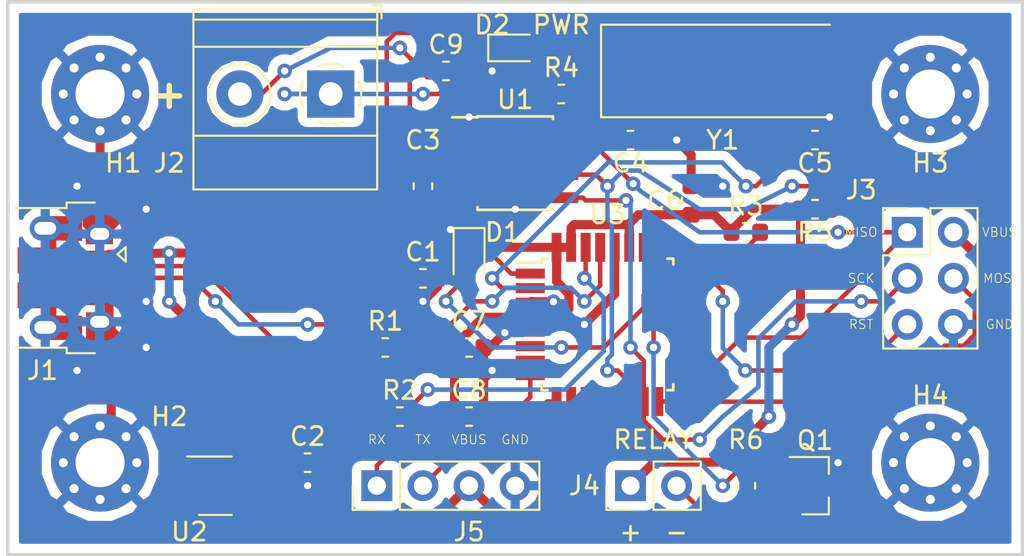
<source format=kicad_pcb>
(kicad_pcb (version 20171130) (host pcbnew 5.0.1)

  (general
    (thickness 1.6)
    (drawings 19)
    (tracks 368)
    (zones 0)
    (modules 31)
    (nets 39)
  )

  (page A4)
  (layers
    (0 F.Cu signal)
    (31 B.Cu signal)
    (32 B.Adhes user hide)
    (33 F.Adhes user hide)
    (34 B.Paste user hide)
    (35 F.Paste user hide)
    (36 B.SilkS user hide)
    (37 F.SilkS user)
    (38 B.Mask user hide)
    (39 F.Mask user hide)
    (40 Dwgs.User user hide)
    (41 Cmts.User user hide)
    (42 Eco1.User user hide)
    (43 Eco2.User user hide)
    (44 Edge.Cuts user)
    (45 Margin user hide)
    (46 B.CrtYd user hide)
    (47 F.CrtYd user)
    (48 B.Fab user hide)
    (49 F.Fab user hide)
  )

  (setup
    (last_trace_width 0.25)
    (user_trace_width 0.254)
    (user_trace_width 0.508)
    (trace_clearance 0.2)
    (zone_clearance 0.508)
    (zone_45_only no)
    (trace_min 0.1524)
    (segment_width 0.2)
    (edge_width 0.15)
    (via_size 0.8)
    (via_drill 0.4)
    (via_min_size 0.508)
    (via_min_drill 0.254)
    (uvia_size 0.3)
    (uvia_drill 0.1)
    (uvias_allowed no)
    (uvia_min_size 0.2)
    (uvia_min_drill 0.1)
    (pcb_text_width 0.15)
    (pcb_text_size 1 1)
    (mod_edge_width 0.15)
    (mod_text_size 1 1)
    (mod_text_width 0.15)
    (pad_size 1.524 1.524)
    (pad_drill 0.762)
    (pad_to_mask_clearance 0.0508)
    (solder_mask_min_width 0.1016)
    (aux_axis_origin 0 0)
    (visible_elements FFFFFF7F)
    (pcbplotparams
      (layerselection 0x010fc_ffffffff)
      (usegerberextensions false)
      (usegerberattributes false)
      (usegerberadvancedattributes false)
      (creategerberjobfile false)
      (excludeedgelayer true)
      (linewidth 0.100000)
      (plotframeref false)
      (viasonmask false)
      (mode 1)
      (useauxorigin false)
      (hpglpennumber 1)
      (hpglpenspeed 20)
      (hpglpendiameter 15.000000)
      (psnegative false)
      (psa4output false)
      (plotreference true)
      (plotvalue true)
      (plotinvisibletext false)
      (padsonsilk false)
      (subtractmaskfromsilk false)
      (outputformat 1)
      (mirror false)
      (drillshape 0)
      (scaleselection 1)
      (outputdirectory ""))
  )

  (net 0 "")
  (net 1 GND)
  (net 2 /VBUS)
  (net 3 VCC)
  (net 4 "Net-(C4-Pad1)")
  (net 5 "Net-(C5-Pad1)")
  (net 6 "Net-(C9-Pad2)")
  (net 7 "Net-(C9-Pad1)")
  (net 8 /RST)
  (net 9 "Net-(D2-Pad2)")
  (net 10 "Net-(J1-Pad2)")
  (net 11 "Net-(J1-Pad3)")
  (net 12 "Net-(J1-Pad4)")
  (net 13 /MISO)
  (net 14 /SCK)
  (net 15 /MOSI)
  (net 16 "Net-(J4-Pad2)")
  (net 17 /RX)
  (net 18 /TX)
  (net 19 "Net-(Q1-Pad1)")
  (net 20 /D+)
  (net 21 /D-)
  (net 22 /SS)
  (net 23 /RELAY)
  (net 24 "Net-(U2-Pad4)")
  (net 25 "Net-(U3-Pad26)")
  (net 26 "Net-(U3-Pad25)")
  (net 27 "Net-(U3-Pad22)")
  (net 28 "Net-(U3-Pad21)")
  (net 29 "Net-(U3-Pad20)")
  (net 30 "Net-(U3-Pad19)")
  (net 31 "Net-(U3-Pad18)")
  (net 32 "Net-(U3-Pad13)")
  (net 33 "Net-(U3-Pad12)")
  (net 34 "Net-(U3-Pad11)")
  (net 35 "Net-(U3-Pad10)")
  (net 36 "Net-(U3-Pad7)")
  (net 37 "Net-(U3-Pad6)")
  (net 38 "Net-(U3-Pad5)")

  (net_class Default "This is the default net class."
    (clearance 0.2)
    (trace_width 0.25)
    (via_dia 0.8)
    (via_drill 0.4)
    (uvia_dia 0.3)
    (uvia_drill 0.1)
    (add_net /D+)
    (add_net /D-)
    (add_net /MISO)
    (add_net /MOSI)
    (add_net /RELAY)
    (add_net /RST)
    (add_net /RX)
    (add_net /SCK)
    (add_net /SS)
    (add_net /TX)
    (add_net "Net-(C4-Pad1)")
    (add_net "Net-(C5-Pad1)")
    (add_net "Net-(C9-Pad1)")
    (add_net "Net-(C9-Pad2)")
    (add_net "Net-(D2-Pad2)")
    (add_net "Net-(J1-Pad2)")
    (add_net "Net-(J1-Pad3)")
    (add_net "Net-(J1-Pad4)")
    (add_net "Net-(J4-Pad2)")
    (add_net "Net-(Q1-Pad1)")
    (add_net "Net-(U2-Pad4)")
    (add_net "Net-(U3-Pad10)")
    (add_net "Net-(U3-Pad11)")
    (add_net "Net-(U3-Pad12)")
    (add_net "Net-(U3-Pad13)")
    (add_net "Net-(U3-Pad18)")
    (add_net "Net-(U3-Pad19)")
    (add_net "Net-(U3-Pad20)")
    (add_net "Net-(U3-Pad21)")
    (add_net "Net-(U3-Pad22)")
    (add_net "Net-(U3-Pad25)")
    (add_net "Net-(U3-Pad26)")
    (add_net "Net-(U3-Pad5)")
    (add_net "Net-(U3-Pad6)")
    (add_net "Net-(U3-Pad7)")
  )

  (net_class GND ""
    (clearance 0.2)
    (trace_width 0.5)
    (via_dia 0.8)
    (via_drill 0.4)
    (uvia_dia 0.3)
    (uvia_drill 0.1)
    (add_net GND)
  )

  (net_class VCC ""
    (clearance 0.2)
    (trace_width 0.5)
    (via_dia 0.8)
    (via_drill 0.4)
    (uvia_dia 0.3)
    (uvia_drill 0.1)
    (add_net /VBUS)
    (add_net VCC)
  )

  (module Resistor_SMD:R_0603_1608Metric (layer F.Cu) (tedit 5B301BBD) (tstamp 5B470347)
    (at 177 66.04)
    (descr "Resistor SMD 0603 (1608 Metric), square (rectangular) end terminal, IPC_7351 nominal, (Body size source: http://www.tortai-tech.com/upload/download/2011102023233369053.pdf), generated with kicad-footprint-generator")
    (tags resistor)
    (path /5B197482)
    (attr smd)
    (fp_text reference R1 (at 0 -1.45) (layer F.SilkS)
      (effects (font (size 1 1) (thickness 0.15)))
    )
    (fp_text value 22 (at 0 1.45) (layer F.Fab)
      (effects (font (size 1 1) (thickness 0.15)))
    )
    (fp_text user %R (at 0 0) (layer F.Fab)
      (effects (font (size 0.4 0.4) (thickness 0.06)))
    )
    (fp_line (start 1.48 0.73) (end -1.48 0.73) (layer F.CrtYd) (width 0.05))
    (fp_line (start 1.48 -0.73) (end 1.48 0.73) (layer F.CrtYd) (width 0.05))
    (fp_line (start -1.48 -0.73) (end 1.48 -0.73) (layer F.CrtYd) (width 0.05))
    (fp_line (start -1.48 0.73) (end -1.48 -0.73) (layer F.CrtYd) (width 0.05))
    (fp_line (start -0.162779 0.51) (end 0.162779 0.51) (layer F.SilkS) (width 0.12))
    (fp_line (start -0.162779 -0.51) (end 0.162779 -0.51) (layer F.SilkS) (width 0.12))
    (fp_line (start 0.8 0.4) (end -0.8 0.4) (layer F.Fab) (width 0.1))
    (fp_line (start 0.8 -0.4) (end 0.8 0.4) (layer F.Fab) (width 0.1))
    (fp_line (start -0.8 -0.4) (end 0.8 -0.4) (layer F.Fab) (width 0.1))
    (fp_line (start -0.8 0.4) (end -0.8 -0.4) (layer F.Fab) (width 0.1))
    (pad 2 smd roundrect (at 0.7875 0) (size 0.875 0.95) (layers F.Cu F.Paste F.Mask) (roundrect_rratio 0.25)
      (net 11 "Net-(J1-Pad3)"))
    (pad 1 smd roundrect (at -0.7875 0) (size 0.875 0.95) (layers F.Cu F.Paste F.Mask) (roundrect_rratio 0.25)
      (net 20 /D+))
    (model ${KISYS3DMOD}/Resistor_SMD.3dshapes/R_0603_1608Metric.wrl
      (at (xyz 0 0 0))
      (scale (xyz 1 1 1))
      (rotate (xyz 0 0 0))
    )
  )

  (module Connector_USB:USB_Micro-B_Amphenol_10103594-0001LF_Horizontal (layer F.Cu) (tedit 5A1DC0BD) (tstamp 5BDF3FA9)
    (at 159.385 62.23 270)
    (descr "Micro USB Type B 10103594-0001LF, http://cdn.amphenol-icc.com/media/wysiwyg/files/drawing/10103594.pdf")
    (tags "USB USB_B USB_micro USB_OTG")
    (path /5BB4219C)
    (attr smd)
    (fp_text reference J1 (at 5.08 1.27) (layer F.SilkS)
      (effects (font (size 1 1) (thickness 0.15)))
    )
    (fp_text value USB_B_Micro (at -0.025 4.435 270) (layer F.Fab)
      (effects (font (size 1 1) (thickness 0.15)))
    )
    (fp_text user "PCB edge" (at -0.025 2.235 270) (layer Dwgs.User)
      (effects (font (size 0.5 0.5) (thickness 0.075)))
    )
    (fp_text user %R (at -0.025 -0.015 270) (layer F.Fab)
      (effects (font (size 1 1) (thickness 0.15)))
    )
    (fp_line (start -4.175 -0.065) (end -4.175 -1.615) (layer F.SilkS) (width 0.12))
    (fp_line (start -4.175 -0.065) (end -3.875 -0.065) (layer F.SilkS) (width 0.12))
    (fp_line (start -3.875 2.735) (end -3.875 -0.065) (layer F.SilkS) (width 0.12))
    (fp_line (start 4.125 -0.065) (end 4.125 -1.615) (layer F.SilkS) (width 0.12))
    (fp_line (start 3.825 -0.065) (end 4.125 -0.065) (layer F.SilkS) (width 0.12))
    (fp_line (start 3.825 2.735) (end 3.825 -0.065) (layer F.SilkS) (width 0.12))
    (fp_line (start -0.925 -3.315) (end -1.325 -2.865) (layer F.SilkS) (width 0.12))
    (fp_line (start -1.725 -3.315) (end -0.925 -3.315) (layer F.SilkS) (width 0.12))
    (fp_line (start -1.325 -2.865) (end -1.725 -3.315) (layer F.SilkS) (width 0.12))
    (fp_line (start -3.775 -0.865) (end -2.975 -1.615) (layer F.Fab) (width 0.12))
    (fp_line (start 3.725 3.335) (end -3.775 3.335) (layer F.Fab) (width 0.12))
    (fp_line (start 3.725 -1.615) (end 3.725 3.335) (layer F.Fab) (width 0.12))
    (fp_line (start -2.975 -1.615) (end 3.725 -1.615) (layer F.Fab) (width 0.12))
    (fp_line (start -3.775 3.335) (end -3.775 -0.865) (layer F.Fab) (width 0.12))
    (fp_line (start -4.025 2.835) (end 3.975 2.835) (layer Dwgs.User) (width 0.1))
    (fp_line (start -4.13 -2.88) (end 4.14 -2.88) (layer F.CrtYd) (width 0.05))
    (fp_line (start -4.13 -2.88) (end -4.13 3.58) (layer F.CrtYd) (width 0.05))
    (fp_line (start 4.14 3.58) (end 4.14 -2.88) (layer F.CrtYd) (width 0.05))
    (fp_line (start 4.14 3.58) (end -4.13 3.58) (layer F.CrtYd) (width 0.05))
    (pad 6 smd rect (at 2.725 0.185 270) (size 1.35 2) (layers F.Cu F.Paste F.Mask)
      (net 1 GND))
    (pad 6 smd rect (at -2.755 0.185 270) (size 1.35 2) (layers F.Cu F.Paste F.Mask)
      (net 1 GND))
    (pad 6 smd rect (at -2.975 -0.565 270) (size 1.825 0.7) (layers F.Cu F.Paste F.Mask)
      (net 1 GND))
    (pad 6 smd rect (at 2.975 -0.565 270) (size 1.825 0.7) (layers F.Cu F.Paste F.Mask)
      (net 1 GND))
    (pad 6 smd rect (at -2.875 -1.865 270) (size 2 1.5) (layers F.Cu F.Paste F.Mask)
      (net 1 GND))
    (pad 6 smd rect (at 2.875 -1.885 270) (size 2 1.5) (layers F.Cu F.Paste F.Mask)
      (net 1 GND))
    (pad 1 smd rect (at -1.325 -1.765) (size 1.65 0.4) (layers F.Cu F.Paste F.Mask)
      (net 2 /VBUS))
    (pad 2 smd rect (at -0.675 -1.765) (size 1.65 0.4) (layers F.Cu F.Paste F.Mask)
      (net 10 "Net-(J1-Pad2)"))
    (pad 3 smd rect (at -0.025 -1.765) (size 1.65 0.4) (layers F.Cu F.Paste F.Mask)
      (net 11 "Net-(J1-Pad3)"))
    (pad 4 smd rect (at 0.625 -1.765) (size 1.65 0.4) (layers F.Cu F.Paste F.Mask)
      (net 12 "Net-(J1-Pad4)"))
    (pad 5 smd rect (at 1.275 -1.765) (size 1.65 0.4) (layers F.Cu F.Paste F.Mask)
      (net 1 GND))
    (pad 6 thru_hole oval (at -2.445 -1.885) (size 1.5 1.1) (drill oval 1.05 0.65) (layers *.Cu *.Mask)
      (net 1 GND))
    (pad 6 thru_hole oval (at 2.395 -1.885) (size 1.5 1.1) (drill oval 1.05 0.65) (layers *.Cu *.Mask)
      (net 1 GND))
    (pad 6 thru_hole oval (at -2.755 1.115) (size 1.7 1.35) (drill oval 1.2 0.7) (layers *.Cu *.Mask)
      (net 1 GND))
    (pad 6 thru_hole oval (at 2.705 1.115) (size 1.7 1.35) (drill oval 1.2 0.7) (layers *.Cu *.Mask)
      (net 1 GND))
    (pad 6 smd rect (at -0.985 1.385) (size 2.5 1.43) (layers F.Cu F.Paste F.Mask)
      (net 1 GND))
    (pad 6 smd rect (at 0.935 1.385) (size 2.5 1.43) (layers F.Cu F.Paste F.Mask)
      (net 1 GND))
    (model ${KISYS3DMOD}/Connector_USB.3dshapes/USB_Micro-B_Amphenol_10103594-0001LF_Horizontal.wrl
      (at (xyz 0 0 0))
      (scale (xyz 1 1 1))
      (rotate (xyz 0 0 0))
    )
  )

  (module Connector_PinHeader_2.54mm:PinHeader_2x03_P2.54mm_Vertical (layer F.Cu) (tedit 59FED5CC) (tstamp 5B4702F5)
    (at 205.74 59.69)
    (descr "Through hole straight pin header, 2x03, 2.54mm pitch, double rows")
    (tags "Through hole pin header THT 2x03 2.54mm double row")
    (path /5B1AB2E1)
    (fp_text reference J3 (at -2.54 -2.33) (layer F.SilkS)
      (effects (font (size 1 1) (thickness 0.15)))
    )
    (fp_text value Conn_02x03_Odd_Even (at 1.27 7.41) (layer F.Fab)
      (effects (font (size 1 1) (thickness 0.15)))
    )
    (fp_text user %R (at 1.27 2.54 90) (layer F.Fab)
      (effects (font (size 1 1) (thickness 0.15)))
    )
    (fp_line (start 4.35 -1.8) (end -1.8 -1.8) (layer F.CrtYd) (width 0.05))
    (fp_line (start 4.35 6.85) (end 4.35 -1.8) (layer F.CrtYd) (width 0.05))
    (fp_line (start -1.8 6.85) (end 4.35 6.85) (layer F.CrtYd) (width 0.05))
    (fp_line (start -1.8 -1.8) (end -1.8 6.85) (layer F.CrtYd) (width 0.05))
    (fp_line (start -1.33 -1.33) (end 0 -1.33) (layer F.SilkS) (width 0.12))
    (fp_line (start -1.33 0) (end -1.33 -1.33) (layer F.SilkS) (width 0.12))
    (fp_line (start 1.27 -1.33) (end 3.87 -1.33) (layer F.SilkS) (width 0.12))
    (fp_line (start 1.27 1.27) (end 1.27 -1.33) (layer F.SilkS) (width 0.12))
    (fp_line (start -1.33 1.27) (end 1.27 1.27) (layer F.SilkS) (width 0.12))
    (fp_line (start 3.87 -1.33) (end 3.87 6.41) (layer F.SilkS) (width 0.12))
    (fp_line (start -1.33 1.27) (end -1.33 6.41) (layer F.SilkS) (width 0.12))
    (fp_line (start -1.33 6.41) (end 3.87 6.41) (layer F.SilkS) (width 0.12))
    (fp_line (start -1.27 0) (end 0 -1.27) (layer F.Fab) (width 0.1))
    (fp_line (start -1.27 6.35) (end -1.27 0) (layer F.Fab) (width 0.1))
    (fp_line (start 3.81 6.35) (end -1.27 6.35) (layer F.Fab) (width 0.1))
    (fp_line (start 3.81 -1.27) (end 3.81 6.35) (layer F.Fab) (width 0.1))
    (fp_line (start 0 -1.27) (end 3.81 -1.27) (layer F.Fab) (width 0.1))
    (pad 6 thru_hole oval (at 2.54 5.08) (size 1.7 1.7) (drill 1) (layers *.Cu *.Mask)
      (net 1 GND))
    (pad 5 thru_hole oval (at 0 5.08) (size 1.7 1.7) (drill 1) (layers *.Cu *.Mask)
      (net 8 /RST))
    (pad 4 thru_hole oval (at 2.54 2.54) (size 1.7 1.7) (drill 1) (layers *.Cu *.Mask)
      (net 15 /MOSI))
    (pad 3 thru_hole oval (at 0 2.54) (size 1.7 1.7) (drill 1) (layers *.Cu *.Mask)
      (net 14 /SCK))
    (pad 2 thru_hole oval (at 2.54 0) (size 1.7 1.7) (drill 1) (layers *.Cu *.Mask)
      (net 2 /VBUS))
    (pad 1 thru_hole rect (at 0 0) (size 1.7 1.7) (drill 1) (layers *.Cu *.Mask)
      (net 13 /MISO))
    (model ${KISYS3DMOD}/Connector_PinHeader_2.54mm.3dshapes/PinHeader_2x03_P2.54mm_Vertical.wrl
      (at (xyz 0 0 0))
      (scale (xyz 1 1 1))
      (rotate (xyz 0 0 0))
    )
  )

  (module Capacitor_SMD:C_0603_1608Metric (layer F.Cu) (tedit 5B301BBE) (tstamp 5B4701D8)
    (at 179.07 62.23)
    (descr "Capacitor SMD 0603 (1608 Metric), square (rectangular) end terminal, IPC_7351 nominal, (Body size source: http://www.tortai-tech.com/upload/download/2011102023233369053.pdf), generated with kicad-footprint-generator")
    (tags capacitor)
    (path /5B1D63DC)
    (attr smd)
    (fp_text reference C1 (at 0 -1.45) (layer F.SilkS)
      (effects (font (size 1 1) (thickness 0.15)))
    )
    (fp_text value 10u (at 0 1.45) (layer F.Fab)
      (effects (font (size 1 1) (thickness 0.15)))
    )
    (fp_text user %R (at 0 0) (layer F.Fab)
      (effects (font (size 0.4 0.4) (thickness 0.06)))
    )
    (fp_line (start 1.48 0.73) (end -1.48 0.73) (layer F.CrtYd) (width 0.05))
    (fp_line (start 1.48 -0.73) (end 1.48 0.73) (layer F.CrtYd) (width 0.05))
    (fp_line (start -1.48 -0.73) (end 1.48 -0.73) (layer F.CrtYd) (width 0.05))
    (fp_line (start -1.48 0.73) (end -1.48 -0.73) (layer F.CrtYd) (width 0.05))
    (fp_line (start -0.162779 0.51) (end 0.162779 0.51) (layer F.SilkS) (width 0.12))
    (fp_line (start -0.162779 -0.51) (end 0.162779 -0.51) (layer F.SilkS) (width 0.12))
    (fp_line (start 0.8 0.4) (end -0.8 0.4) (layer F.Fab) (width 0.1))
    (fp_line (start 0.8 -0.4) (end 0.8 0.4) (layer F.Fab) (width 0.1))
    (fp_line (start -0.8 -0.4) (end 0.8 -0.4) (layer F.Fab) (width 0.1))
    (fp_line (start -0.8 0.4) (end -0.8 -0.4) (layer F.Fab) (width 0.1))
    (pad 2 smd roundrect (at 0.7875 0) (size 0.875 0.95) (layers F.Cu F.Paste F.Mask) (roundrect_rratio 0.25)
      (net 1 GND))
    (pad 1 smd roundrect (at -0.7875 0) (size 0.875 0.95) (layers F.Cu F.Paste F.Mask) (roundrect_rratio 0.25)
      (net 2 /VBUS))
    (model ${KISYS3DMOD}/Capacitor_SMD.3dshapes/C_0603_1608Metric.wrl
      (at (xyz 0 0 0))
      (scale (xyz 1 1 1))
      (rotate (xyz 0 0 0))
    )
  )

  (module Capacitor_SMD:C_0603_1608Metric (layer F.Cu) (tedit 5B301BBE) (tstamp 5B4701E7)
    (at 172.72 72.39)
    (descr "Capacitor SMD 0603 (1608 Metric), square (rectangular) end terminal, IPC_7351 nominal, (Body size source: http://www.tortai-tech.com/upload/download/2011102023233369053.pdf), generated with kicad-footprint-generator")
    (tags capacitor)
    (path /5B1E81B4)
    (attr smd)
    (fp_text reference C2 (at 0 -1.45) (layer F.SilkS)
      (effects (font (size 1 1) (thickness 0.15)))
    )
    (fp_text value 1u (at 0 1.45) (layer F.Fab)
      (effects (font (size 1 1) (thickness 0.15)))
    )
    (fp_text user %R (at 0 0) (layer F.Fab)
      (effects (font (size 0.4 0.4) (thickness 0.06)))
    )
    (fp_line (start 1.48 0.73) (end -1.48 0.73) (layer F.CrtYd) (width 0.05))
    (fp_line (start 1.48 -0.73) (end 1.48 0.73) (layer F.CrtYd) (width 0.05))
    (fp_line (start -1.48 -0.73) (end 1.48 -0.73) (layer F.CrtYd) (width 0.05))
    (fp_line (start -1.48 0.73) (end -1.48 -0.73) (layer F.CrtYd) (width 0.05))
    (fp_line (start -0.162779 0.51) (end 0.162779 0.51) (layer F.SilkS) (width 0.12))
    (fp_line (start -0.162779 -0.51) (end 0.162779 -0.51) (layer F.SilkS) (width 0.12))
    (fp_line (start 0.8 0.4) (end -0.8 0.4) (layer F.Fab) (width 0.1))
    (fp_line (start 0.8 -0.4) (end 0.8 0.4) (layer F.Fab) (width 0.1))
    (fp_line (start -0.8 -0.4) (end 0.8 -0.4) (layer F.Fab) (width 0.1))
    (fp_line (start -0.8 0.4) (end -0.8 -0.4) (layer F.Fab) (width 0.1))
    (pad 2 smd roundrect (at 0.7875 0) (size 0.875 0.95) (layers F.Cu F.Paste F.Mask) (roundrect_rratio 0.25)
      (net 1 GND))
    (pad 1 smd roundrect (at -0.7875 0) (size 0.875 0.95) (layers F.Cu F.Paste F.Mask) (roundrect_rratio 0.25)
      (net 3 VCC))
    (model ${KISYS3DMOD}/Capacitor_SMD.3dshapes/C_0603_1608Metric.wrl
      (at (xyz 0 0 0))
      (scale (xyz 1 1 1))
      (rotate (xyz 0 0 0))
    )
  )

  (module Capacitor_SMD:C_0603_1608Metric (layer F.Cu) (tedit 5B301BBE) (tstamp 5B4701F6)
    (at 179.07 57.15 90)
    (descr "Capacitor SMD 0603 (1608 Metric), square (rectangular) end terminal, IPC_7351 nominal, (Body size source: http://www.tortai-tech.com/upload/download/2011102023233369053.pdf), generated with kicad-footprint-generator")
    (tags capacitor)
    (path /5B1A9863)
    (attr smd)
    (fp_text reference C3 (at 2.54 0 180) (layer F.SilkS)
      (effects (font (size 1 1) (thickness 0.15)))
    )
    (fp_text value 0.1u (at 0 1.45 90) (layer F.Fab)
      (effects (font (size 1 1) (thickness 0.15)))
    )
    (fp_text user %R (at 0 0 90) (layer F.Fab)
      (effects (font (size 0.4 0.4) (thickness 0.06)))
    )
    (fp_line (start 1.48 0.73) (end -1.48 0.73) (layer F.CrtYd) (width 0.05))
    (fp_line (start 1.48 -0.73) (end 1.48 0.73) (layer F.CrtYd) (width 0.05))
    (fp_line (start -1.48 -0.73) (end 1.48 -0.73) (layer F.CrtYd) (width 0.05))
    (fp_line (start -1.48 0.73) (end -1.48 -0.73) (layer F.CrtYd) (width 0.05))
    (fp_line (start -0.162779 0.51) (end 0.162779 0.51) (layer F.SilkS) (width 0.12))
    (fp_line (start -0.162779 -0.51) (end 0.162779 -0.51) (layer F.SilkS) (width 0.12))
    (fp_line (start 0.8 0.4) (end -0.8 0.4) (layer F.Fab) (width 0.1))
    (fp_line (start 0.8 -0.4) (end 0.8 0.4) (layer F.Fab) (width 0.1))
    (fp_line (start -0.8 -0.4) (end 0.8 -0.4) (layer F.Fab) (width 0.1))
    (fp_line (start -0.8 0.4) (end -0.8 -0.4) (layer F.Fab) (width 0.1))
    (pad 2 smd roundrect (at 0.7875 0 90) (size 0.875 0.95) (layers F.Cu F.Paste F.Mask) (roundrect_rratio 0.25)
      (net 3 VCC))
    (pad 1 smd roundrect (at -0.7875 0 90) (size 0.875 0.95) (layers F.Cu F.Paste F.Mask) (roundrect_rratio 0.25)
      (net 1 GND))
    (model ${KISYS3DMOD}/Capacitor_SMD.3dshapes/C_0603_1608Metric.wrl
      (at (xyz 0 0 0))
      (scale (xyz 1 1 1))
      (rotate (xyz 0 0 0))
    )
  )

  (module Capacitor_SMD:C_0603_1608Metric (layer F.Cu) (tedit 5B301BBE) (tstamp 5B470205)
    (at 190.5 54.61)
    (descr "Capacitor SMD 0603 (1608 Metric), square (rectangular) end terminal, IPC_7351 nominal, (Body size source: http://www.tortai-tech.com/upload/download/2011102023233369053.pdf), generated with kicad-footprint-generator")
    (tags capacitor)
    (path /5B19BD77)
    (attr smd)
    (fp_text reference C4 (at 0 1.27) (layer F.SilkS)
      (effects (font (size 1 1) (thickness 0.15)))
    )
    (fp_text value 26p (at 0 1.45) (layer F.Fab)
      (effects (font (size 1 1) (thickness 0.15)))
    )
    (fp_text user %R (at 0 0) (layer F.Fab)
      (effects (font (size 0.4 0.4) (thickness 0.06)))
    )
    (fp_line (start 1.48 0.73) (end -1.48 0.73) (layer F.CrtYd) (width 0.05))
    (fp_line (start 1.48 -0.73) (end 1.48 0.73) (layer F.CrtYd) (width 0.05))
    (fp_line (start -1.48 -0.73) (end 1.48 -0.73) (layer F.CrtYd) (width 0.05))
    (fp_line (start -1.48 0.73) (end -1.48 -0.73) (layer F.CrtYd) (width 0.05))
    (fp_line (start -0.162779 0.51) (end 0.162779 0.51) (layer F.SilkS) (width 0.12))
    (fp_line (start -0.162779 -0.51) (end 0.162779 -0.51) (layer F.SilkS) (width 0.12))
    (fp_line (start 0.8 0.4) (end -0.8 0.4) (layer F.Fab) (width 0.1))
    (fp_line (start 0.8 -0.4) (end 0.8 0.4) (layer F.Fab) (width 0.1))
    (fp_line (start -0.8 -0.4) (end 0.8 -0.4) (layer F.Fab) (width 0.1))
    (fp_line (start -0.8 0.4) (end -0.8 -0.4) (layer F.Fab) (width 0.1))
    (pad 2 smd roundrect (at 0.7875 0) (size 0.875 0.95) (layers F.Cu F.Paste F.Mask) (roundrect_rratio 0.25)
      (net 1 GND))
    (pad 1 smd roundrect (at -0.7875 0) (size 0.875 0.95) (layers F.Cu F.Paste F.Mask) (roundrect_rratio 0.25)
      (net 4 "Net-(C4-Pad1)"))
    (model ${KISYS3DMOD}/Capacitor_SMD.3dshapes/C_0603_1608Metric.wrl
      (at (xyz 0 0 0))
      (scale (xyz 1 1 1))
      (rotate (xyz 0 0 0))
    )
  )

  (module Capacitor_SMD:C_0603_1608Metric (layer F.Cu) (tedit 5B301BBE) (tstamp 5B470214)
    (at 200.66 54.61)
    (descr "Capacitor SMD 0603 (1608 Metric), square (rectangular) end terminal, IPC_7351 nominal, (Body size source: http://www.tortai-tech.com/upload/download/2011102023233369053.pdf), generated with kicad-footprint-generator")
    (tags capacitor)
    (path /5B19BFEE)
    (attr smd)
    (fp_text reference C5 (at 0 1.27) (layer F.SilkS)
      (effects (font (size 1 1) (thickness 0.15)))
    )
    (fp_text value 26p (at 0 1.45) (layer F.Fab)
      (effects (font (size 1 1) (thickness 0.15)))
    )
    (fp_text user %R (at 0 0) (layer F.Fab)
      (effects (font (size 0.4 0.4) (thickness 0.06)))
    )
    (fp_line (start 1.48 0.73) (end -1.48 0.73) (layer F.CrtYd) (width 0.05))
    (fp_line (start 1.48 -0.73) (end 1.48 0.73) (layer F.CrtYd) (width 0.05))
    (fp_line (start -1.48 -0.73) (end 1.48 -0.73) (layer F.CrtYd) (width 0.05))
    (fp_line (start -1.48 0.73) (end -1.48 -0.73) (layer F.CrtYd) (width 0.05))
    (fp_line (start -0.162779 0.51) (end 0.162779 0.51) (layer F.SilkS) (width 0.12))
    (fp_line (start -0.162779 -0.51) (end 0.162779 -0.51) (layer F.SilkS) (width 0.12))
    (fp_line (start 0.8 0.4) (end -0.8 0.4) (layer F.Fab) (width 0.1))
    (fp_line (start 0.8 -0.4) (end 0.8 0.4) (layer F.Fab) (width 0.1))
    (fp_line (start -0.8 -0.4) (end 0.8 -0.4) (layer F.Fab) (width 0.1))
    (fp_line (start -0.8 0.4) (end -0.8 -0.4) (layer F.Fab) (width 0.1))
    (pad 2 smd roundrect (at 0.7875 0) (size 0.875 0.95) (layers F.Cu F.Paste F.Mask) (roundrect_rratio 0.25)
      (net 1 GND))
    (pad 1 smd roundrect (at -0.7875 0) (size 0.875 0.95) (layers F.Cu F.Paste F.Mask) (roundrect_rratio 0.25)
      (net 5 "Net-(C5-Pad1)"))
    (model ${KISYS3DMOD}/Capacitor_SMD.3dshapes/C_0603_1608Metric.wrl
      (at (xyz 0 0 0))
      (scale (xyz 1 1 1))
      (rotate (xyz 0 0 0))
    )
  )

  (module Capacitor_SMD:C_0603_1608Metric (layer F.Cu) (tedit 5B301BBE) (tstamp 5B470223)
    (at 193.84 57.9375 90)
    (descr "Capacitor SMD 0603 (1608 Metric), square (rectangular) end terminal, IPC_7351 nominal, (Body size source: http://www.tortai-tech.com/upload/download/2011102023233369053.pdf), generated with kicad-footprint-generator")
    (tags capacitor)
    (path /5B19B1C7)
    (attr smd)
    (fp_text reference C6 (at 0 -1.45 180) (layer F.SilkS)
      (effects (font (size 1 1) (thickness 0.15)))
    )
    (fp_text value 1u (at 0 1.45 90) (layer F.Fab)
      (effects (font (size 1 1) (thickness 0.15)))
    )
    (fp_text user %R (at 0 0 90) (layer F.Fab)
      (effects (font (size 0.4 0.4) (thickness 0.06)))
    )
    (fp_line (start 1.48 0.73) (end -1.48 0.73) (layer F.CrtYd) (width 0.05))
    (fp_line (start 1.48 -0.73) (end 1.48 0.73) (layer F.CrtYd) (width 0.05))
    (fp_line (start -1.48 -0.73) (end 1.48 -0.73) (layer F.CrtYd) (width 0.05))
    (fp_line (start -1.48 0.73) (end -1.48 -0.73) (layer F.CrtYd) (width 0.05))
    (fp_line (start -0.162779 0.51) (end 0.162779 0.51) (layer F.SilkS) (width 0.12))
    (fp_line (start -0.162779 -0.51) (end 0.162779 -0.51) (layer F.SilkS) (width 0.12))
    (fp_line (start 0.8 0.4) (end -0.8 0.4) (layer F.Fab) (width 0.1))
    (fp_line (start 0.8 -0.4) (end 0.8 0.4) (layer F.Fab) (width 0.1))
    (fp_line (start -0.8 -0.4) (end 0.8 -0.4) (layer F.Fab) (width 0.1))
    (fp_line (start -0.8 0.4) (end -0.8 -0.4) (layer F.Fab) (width 0.1))
    (pad 2 smd roundrect (at 0.7875 0 90) (size 0.875 0.95) (layers F.Cu F.Paste F.Mask) (roundrect_rratio 0.25)
      (net 1 GND))
    (pad 1 smd roundrect (at -0.7875 0 90) (size 0.875 0.95) (layers F.Cu F.Paste F.Mask) (roundrect_rratio 0.25)
      (net 3 VCC))
    (model ${KISYS3DMOD}/Capacitor_SMD.3dshapes/C_0603_1608Metric.wrl
      (at (xyz 0 0 0))
      (scale (xyz 1 1 1))
      (rotate (xyz 0 0 0))
    )
  )

  (module Capacitor_SMD:C_0603_1608Metric (layer F.Cu) (tedit 5B301BBE) (tstamp 5B470232)
    (at 181.61 66.04)
    (descr "Capacitor SMD 0603 (1608 Metric), square (rectangular) end terminal, IPC_7351 nominal, (Body size source: http://www.tortai-tech.com/upload/download/2011102023233369053.pdf), generated with kicad-footprint-generator")
    (tags capacitor)
    (path /5B3437CF)
    (attr smd)
    (fp_text reference C7 (at 0 -1.45) (layer F.SilkS)
      (effects (font (size 1 1) (thickness 0.15)))
    )
    (fp_text value 0.1u (at 0 1.45) (layer F.Fab)
      (effects (font (size 1 1) (thickness 0.15)))
    )
    (fp_text user %R (at 0 0) (layer F.Fab)
      (effects (font (size 0.4 0.4) (thickness 0.06)))
    )
    (fp_line (start 1.48 0.73) (end -1.48 0.73) (layer F.CrtYd) (width 0.05))
    (fp_line (start 1.48 -0.73) (end 1.48 0.73) (layer F.CrtYd) (width 0.05))
    (fp_line (start -1.48 -0.73) (end 1.48 -0.73) (layer F.CrtYd) (width 0.05))
    (fp_line (start -1.48 0.73) (end -1.48 -0.73) (layer F.CrtYd) (width 0.05))
    (fp_line (start -0.162779 0.51) (end 0.162779 0.51) (layer F.SilkS) (width 0.12))
    (fp_line (start -0.162779 -0.51) (end 0.162779 -0.51) (layer F.SilkS) (width 0.12))
    (fp_line (start 0.8 0.4) (end -0.8 0.4) (layer F.Fab) (width 0.1))
    (fp_line (start 0.8 -0.4) (end 0.8 0.4) (layer F.Fab) (width 0.1))
    (fp_line (start -0.8 -0.4) (end 0.8 -0.4) (layer F.Fab) (width 0.1))
    (fp_line (start -0.8 0.4) (end -0.8 -0.4) (layer F.Fab) (width 0.1))
    (pad 2 smd roundrect (at 0.7875 0) (size 0.875 0.95) (layers F.Cu F.Paste F.Mask) (roundrect_rratio 0.25)
      (net 1 GND))
    (pad 1 smd roundrect (at -0.7875 0) (size 0.875 0.95) (layers F.Cu F.Paste F.Mask) (roundrect_rratio 0.25)
      (net 3 VCC))
    (model ${KISYS3DMOD}/Capacitor_SMD.3dshapes/C_0603_1608Metric.wrl
      (at (xyz 0 0 0))
      (scale (xyz 1 1 1))
      (rotate (xyz 0 0 0))
    )
  )

  (module Capacitor_SMD:C_0603_1608Metric (layer F.Cu) (tedit 5B301BBE) (tstamp 5B470241)
    (at 181.61 69.85)
    (descr "Capacitor SMD 0603 (1608 Metric), square (rectangular) end terminal, IPC_7351 nominal, (Body size source: http://www.tortai-tech.com/upload/download/2011102023233369053.pdf), generated with kicad-footprint-generator")
    (tags capacitor)
    (path /5B34381B)
    (attr smd)
    (fp_text reference C8 (at 0 -1.45) (layer F.SilkS)
      (effects (font (size 1 1) (thickness 0.15)))
    )
    (fp_text value 0.1u (at 0 1.45) (layer F.Fab)
      (effects (font (size 1 1) (thickness 0.15)))
    )
    (fp_text user %R (at 0 0) (layer F.Fab)
      (effects (font (size 0.4 0.4) (thickness 0.06)))
    )
    (fp_line (start 1.48 0.73) (end -1.48 0.73) (layer F.CrtYd) (width 0.05))
    (fp_line (start 1.48 -0.73) (end 1.48 0.73) (layer F.CrtYd) (width 0.05))
    (fp_line (start -1.48 -0.73) (end 1.48 -0.73) (layer F.CrtYd) (width 0.05))
    (fp_line (start -1.48 0.73) (end -1.48 -0.73) (layer F.CrtYd) (width 0.05))
    (fp_line (start -0.162779 0.51) (end 0.162779 0.51) (layer F.SilkS) (width 0.12))
    (fp_line (start -0.162779 -0.51) (end 0.162779 -0.51) (layer F.SilkS) (width 0.12))
    (fp_line (start 0.8 0.4) (end -0.8 0.4) (layer F.Fab) (width 0.1))
    (fp_line (start 0.8 -0.4) (end 0.8 0.4) (layer F.Fab) (width 0.1))
    (fp_line (start -0.8 -0.4) (end 0.8 -0.4) (layer F.Fab) (width 0.1))
    (fp_line (start -0.8 0.4) (end -0.8 -0.4) (layer F.Fab) (width 0.1))
    (pad 2 smd roundrect (at 0.7875 0) (size 0.875 0.95) (layers F.Cu F.Paste F.Mask) (roundrect_rratio 0.25)
      (net 1 GND))
    (pad 1 smd roundrect (at -0.7875 0) (size 0.875 0.95) (layers F.Cu F.Paste F.Mask) (roundrect_rratio 0.25)
      (net 3 VCC))
    (model ${KISYS3DMOD}/Capacitor_SMD.3dshapes/C_0603_1608Metric.wrl
      (at (xyz 0 0 0))
      (scale (xyz 1 1 1))
      (rotate (xyz 0 0 0))
    )
  )

  (module Capacitor_SMD:C_0603_1608Metric (layer F.Cu) (tedit 5B301BBE) (tstamp 5B470250)
    (at 180.34 50.8)
    (descr "Capacitor SMD 0603 (1608 Metric), square (rectangular) end terminal, IPC_7351 nominal, (Body size source: http://www.tortai-tech.com/upload/download/2011102023233369053.pdf), generated with kicad-footprint-generator")
    (tags capacitor)
    (path /5B41ADDF)
    (attr smd)
    (fp_text reference C9 (at 0 -1.45) (layer F.SilkS)
      (effects (font (size 1 1) (thickness 0.15)))
    )
    (fp_text value 10n (at 0 1.45) (layer F.Fab)
      (effects (font (size 1 1) (thickness 0.15)))
    )
    (fp_text user %R (at 0 0) (layer F.Fab)
      (effects (font (size 0.4 0.4) (thickness 0.06)))
    )
    (fp_line (start 1.48 0.73) (end -1.48 0.73) (layer F.CrtYd) (width 0.05))
    (fp_line (start 1.48 -0.73) (end 1.48 0.73) (layer F.CrtYd) (width 0.05))
    (fp_line (start -1.48 -0.73) (end 1.48 -0.73) (layer F.CrtYd) (width 0.05))
    (fp_line (start -1.48 0.73) (end -1.48 -0.73) (layer F.CrtYd) (width 0.05))
    (fp_line (start -0.162779 0.51) (end 0.162779 0.51) (layer F.SilkS) (width 0.12))
    (fp_line (start -0.162779 -0.51) (end 0.162779 -0.51) (layer F.SilkS) (width 0.12))
    (fp_line (start 0.8 0.4) (end -0.8 0.4) (layer F.Fab) (width 0.1))
    (fp_line (start 0.8 -0.4) (end 0.8 0.4) (layer F.Fab) (width 0.1))
    (fp_line (start -0.8 -0.4) (end 0.8 -0.4) (layer F.Fab) (width 0.1))
    (fp_line (start -0.8 0.4) (end -0.8 -0.4) (layer F.Fab) (width 0.1))
    (pad 2 smd roundrect (at 0.7875 0) (size 0.875 0.95) (layers F.Cu F.Paste F.Mask) (roundrect_rratio 0.25)
      (net 6 "Net-(C9-Pad2)"))
    (pad 1 smd roundrect (at -0.7875 0) (size 0.875 0.95) (layers F.Cu F.Paste F.Mask) (roundrect_rratio 0.25)
      (net 7 "Net-(C9-Pad1)"))
    (model ${KISYS3DMOD}/Capacitor_SMD.3dshapes/C_0603_1608Metric.wrl
      (at (xyz 0 0 0))
      (scale (xyz 1 1 1))
      (rotate (xyz 0 0 0))
    )
  )

  (module Diode_SMD:D_SOD-323 (layer F.Cu) (tedit 58641739) (tstamp 5B470268)
    (at 181.61 60.96 270)
    (descr SOD-323)
    (tags SOD-323)
    (path /5B1CE015)
    (attr smd)
    (fp_text reference D1 (at -1.27 -1.85) (layer F.SilkS)
      (effects (font (size 1 1) (thickness 0.15)))
    )
    (fp_text value D (at 0.1 1.9 270) (layer F.Fab)
      (effects (font (size 1 1) (thickness 0.15)))
    )
    (fp_line (start -1.5 -0.85) (end 1.05 -0.85) (layer F.SilkS) (width 0.12))
    (fp_line (start -1.5 0.85) (end 1.05 0.85) (layer F.SilkS) (width 0.12))
    (fp_line (start -1.6 -0.95) (end -1.6 0.95) (layer F.CrtYd) (width 0.05))
    (fp_line (start -1.6 0.95) (end 1.6 0.95) (layer F.CrtYd) (width 0.05))
    (fp_line (start 1.6 -0.95) (end 1.6 0.95) (layer F.CrtYd) (width 0.05))
    (fp_line (start -1.6 -0.95) (end 1.6 -0.95) (layer F.CrtYd) (width 0.05))
    (fp_line (start -0.9 -0.7) (end 0.9 -0.7) (layer F.Fab) (width 0.1))
    (fp_line (start 0.9 -0.7) (end 0.9 0.7) (layer F.Fab) (width 0.1))
    (fp_line (start 0.9 0.7) (end -0.9 0.7) (layer F.Fab) (width 0.1))
    (fp_line (start -0.9 0.7) (end -0.9 -0.7) (layer F.Fab) (width 0.1))
    (fp_line (start -0.3 -0.35) (end -0.3 0.35) (layer F.Fab) (width 0.1))
    (fp_line (start -0.3 0) (end -0.5 0) (layer F.Fab) (width 0.1))
    (fp_line (start -0.3 0) (end 0.2 -0.35) (layer F.Fab) (width 0.1))
    (fp_line (start 0.2 -0.35) (end 0.2 0.35) (layer F.Fab) (width 0.1))
    (fp_line (start 0.2 0.35) (end -0.3 0) (layer F.Fab) (width 0.1))
    (fp_line (start 0.2 0) (end 0.45 0) (layer F.Fab) (width 0.1))
    (fp_line (start -1.5 -0.85) (end -1.5 0.85) (layer F.SilkS) (width 0.12))
    (fp_text user %R (at 0 -1.85 270) (layer F.Fab)
      (effects (font (size 1 1) (thickness 0.15)))
    )
    (pad 2 smd rect (at 1.05 0 270) (size 0.6 0.45) (layers F.Cu F.Paste F.Mask)
      (net 8 /RST))
    (pad 1 smd rect (at -1.05 0 270) (size 0.6 0.45) (layers F.Cu F.Paste F.Mask)
      (net 3 VCC))
    (model ${KISYS3DMOD}/Diode_SMD.3dshapes/D_SOD-323.wrl
      (at (xyz 0 0 0))
      (scale (xyz 1 1 1))
      (rotate (xyz 0 0 0))
    )
  )

  (module LED_SMD:LED_0603_1608Metric (layer F.Cu) (tedit 5B301BBE) (tstamp 5B47027B)
    (at 184.15 49.53)
    (descr "LED SMD 0603 (1608 Metric), square (rectangular) end terminal, IPC_7351 nominal, (Body size source: http://www.tortai-tech.com/upload/download/2011102023233369053.pdf), generated with kicad-footprint-generator")
    (tags diode)
    (path /5B432F6C)
    (attr smd)
    (fp_text reference D2 (at -1.27 -1.27) (layer F.SilkS)
      (effects (font (size 1 1) (thickness 0.15)))
    )
    (fp_text value LED (at 0 1.45) (layer F.Fab)
      (effects (font (size 1 1) (thickness 0.15)))
    )
    (fp_text user %R (at 0 0) (layer F.Fab)
      (effects (font (size 0.4 0.4) (thickness 0.06)))
    )
    (fp_line (start 1.48 0.73) (end -1.48 0.73) (layer F.CrtYd) (width 0.05))
    (fp_line (start 1.48 -0.73) (end 1.48 0.73) (layer F.CrtYd) (width 0.05))
    (fp_line (start -1.48 -0.73) (end 1.48 -0.73) (layer F.CrtYd) (width 0.05))
    (fp_line (start -1.48 0.73) (end -1.48 -0.73) (layer F.CrtYd) (width 0.05))
    (fp_line (start -1.485 0.735) (end 0.8 0.735) (layer F.SilkS) (width 0.12))
    (fp_line (start -1.485 -0.735) (end -1.485 0.735) (layer F.SilkS) (width 0.12))
    (fp_line (start 0.8 -0.735) (end -1.485 -0.735) (layer F.SilkS) (width 0.12))
    (fp_line (start 0.8 0.4) (end 0.8 -0.4) (layer F.Fab) (width 0.1))
    (fp_line (start -0.8 0.4) (end 0.8 0.4) (layer F.Fab) (width 0.1))
    (fp_line (start -0.8 -0.1) (end -0.8 0.4) (layer F.Fab) (width 0.1))
    (fp_line (start -0.5 -0.4) (end -0.8 -0.1) (layer F.Fab) (width 0.1))
    (fp_line (start 0.8 -0.4) (end -0.5 -0.4) (layer F.Fab) (width 0.1))
    (pad 2 smd roundrect (at 0.7875 0) (size 0.875 0.95) (layers F.Cu F.Paste F.Mask) (roundrect_rratio 0.25)
      (net 9 "Net-(D2-Pad2)"))
    (pad 1 smd roundrect (at -0.7875 0) (size 0.875 0.95) (layers F.Cu F.Paste F.Mask) (roundrect_rratio 0.25)
      (net 1 GND))
    (model ${KISYS3DMOD}/LED_SMD.3dshapes/LED_0603_1608Metric.wrl
      (at (xyz 0 0 0))
      (scale (xyz 1 1 1))
      (rotate (xyz 0 0 0))
    )
  )

  (module TerminalBlock_Phoenix:TerminalBlock_Phoenix_MKDS-1,5-2_1x02_P5.00mm_Horizontal (layer F.Cu) (tedit 5B294EE5) (tstamp 5B4702D9)
    (at 173.99 52.07 180)
    (descr "Terminal Block Phoenix MKDS-1,5-2, 2 pins, pitch 5mm, size 10x9.8mm^2, drill diamater 1.3mm, pad diameter 2.6mm, see http://www.farnell.com/datasheets/100425.pdf, script-generated using https://github.com/pointhi/kicad-footprint-generator/scripts/TerminalBlock_Phoenix")
    (tags "THT Terminal Block Phoenix MKDS-1,5-2 pitch 5mm size 10x9.8mm^2 drill 1.3mm pad 2.6mm")
    (path /5B1AA059)
    (fp_text reference J2 (at 8.89 -3.81 180) (layer F.SilkS)
      (effects (font (size 1 1) (thickness 0.15)))
    )
    (fp_text value Conn_01x02 (at 2.5 5.66 180) (layer F.Fab)
      (effects (font (size 1 1) (thickness 0.15)))
    )
    (fp_text user %R (at 2.5 3.2 180) (layer F.Fab)
      (effects (font (size 1 1) (thickness 0.15)))
    )
    (fp_line (start 8 -5.71) (end -3 -5.71) (layer F.CrtYd) (width 0.05))
    (fp_line (start 8 5.1) (end 8 -5.71) (layer F.CrtYd) (width 0.05))
    (fp_line (start -3 5.1) (end 8 5.1) (layer F.CrtYd) (width 0.05))
    (fp_line (start -3 -5.71) (end -3 5.1) (layer F.CrtYd) (width 0.05))
    (fp_line (start -2.8 4.9) (end -2.3 4.9) (layer F.SilkS) (width 0.12))
    (fp_line (start -2.8 4.16) (end -2.8 4.9) (layer F.SilkS) (width 0.12))
    (fp_line (start 3.773 1.023) (end 3.726 1.069) (layer F.SilkS) (width 0.12))
    (fp_line (start 6.07 -1.275) (end 6.035 -1.239) (layer F.SilkS) (width 0.12))
    (fp_line (start 3.966 1.239) (end 3.931 1.274) (layer F.SilkS) (width 0.12))
    (fp_line (start 6.275 -1.069) (end 6.228 -1.023) (layer F.SilkS) (width 0.12))
    (fp_line (start 5.955 -1.138) (end 3.863 0.955) (layer F.Fab) (width 0.1))
    (fp_line (start 6.138 -0.955) (end 4.046 1.138) (layer F.Fab) (width 0.1))
    (fp_line (start 0.955 -1.138) (end -1.138 0.955) (layer F.Fab) (width 0.1))
    (fp_line (start 1.138 -0.955) (end -0.955 1.138) (layer F.Fab) (width 0.1))
    (fp_line (start 7.56 -5.261) (end 7.56 4.66) (layer F.SilkS) (width 0.12))
    (fp_line (start -2.56 -5.261) (end -2.56 4.66) (layer F.SilkS) (width 0.12))
    (fp_line (start -2.56 4.66) (end 7.56 4.66) (layer F.SilkS) (width 0.12))
    (fp_line (start -2.56 -5.261) (end 7.56 -5.261) (layer F.SilkS) (width 0.12))
    (fp_line (start -2.56 -2.301) (end 7.56 -2.301) (layer F.SilkS) (width 0.12))
    (fp_line (start -2.5 -2.3) (end 7.5 -2.3) (layer F.Fab) (width 0.1))
    (fp_line (start -2.56 2.6) (end 7.56 2.6) (layer F.SilkS) (width 0.12))
    (fp_line (start -2.5 2.6) (end 7.5 2.6) (layer F.Fab) (width 0.1))
    (fp_line (start -2.56 4.1) (end 7.56 4.1) (layer F.SilkS) (width 0.12))
    (fp_line (start -2.5 4.1) (end 7.5 4.1) (layer F.Fab) (width 0.1))
    (fp_line (start -2.5 4.1) (end -2.5 -5.2) (layer F.Fab) (width 0.1))
    (fp_line (start -2 4.6) (end -2.5 4.1) (layer F.Fab) (width 0.1))
    (fp_line (start 7.5 4.6) (end -2 4.6) (layer F.Fab) (width 0.1))
    (fp_line (start 7.5 -5.2) (end 7.5 4.6) (layer F.Fab) (width 0.1))
    (fp_line (start -2.5 -5.2) (end 7.5 -5.2) (layer F.Fab) (width 0.1))
    (fp_circle (center 5 0) (end 6.68 0) (layer F.SilkS) (width 0.12))
    (fp_circle (center 5 0) (end 6.5 0) (layer F.Fab) (width 0.1))
    (fp_circle (center 0 0) (end 1.5 0) (layer F.Fab) (width 0.1))
    (fp_arc (start 0 0) (end -0.684 1.535) (angle -25) (layer F.SilkS) (width 0.12))
    (fp_arc (start 0 0) (end -1.535 -0.684) (angle -48) (layer F.SilkS) (width 0.12))
    (fp_arc (start 0 0) (end 0.684 -1.535) (angle -48) (layer F.SilkS) (width 0.12))
    (fp_arc (start 0 0) (end 1.535 0.684) (angle -48) (layer F.SilkS) (width 0.12))
    (fp_arc (start 0 0) (end 0 1.68) (angle -24) (layer F.SilkS) (width 0.12))
    (pad 2 thru_hole circle (at 5 0 180) (size 2.6 2.6) (drill 1.3) (layers *.Cu *.Mask)
      (net 7 "Net-(C9-Pad1)"))
    (pad 1 thru_hole rect (at 0 0 180) (size 2.6 2.6) (drill 1.3) (layers *.Cu *.Mask)
      (net 6 "Net-(C9-Pad2)"))
    (model ${KISYS3DMOD}/TerminalBlock_Phoenix.3dshapes/TerminalBlock_Phoenix_MKDS-1,5-2_1x02_P5.00mm_Horizontal.wrl
      (at (xyz 0 0 0))
      (scale (xyz 1 1 1))
      (rotate (xyz 0 0 0))
    )
  )

  (module Connector_PinHeader_2.54mm:PinHeader_1x02_P2.54mm_Vertical (layer F.Cu) (tedit 59FED5CC) (tstamp 5B47030B)
    (at 190.5 73.66 90)
    (descr "Through hole straight pin header, 1x02, 2.54mm pitch, single row")
    (tags "Through hole pin header THT 1x02 2.54mm single row")
    (path /5B1EF3C5)
    (fp_text reference J4 (at 0 -2.54 180) (layer F.SilkS)
      (effects (font (size 1 1) (thickness 0.15)))
    )
    (fp_text value Conn_01x02 (at 0 4.87 90) (layer F.Fab)
      (effects (font (size 1 1) (thickness 0.15)))
    )
    (fp_text user %R (at 0 1.27 180) (layer F.Fab)
      (effects (font (size 1 1) (thickness 0.15)))
    )
    (fp_line (start 1.8 -1.8) (end -1.8 -1.8) (layer F.CrtYd) (width 0.05))
    (fp_line (start 1.8 4.35) (end 1.8 -1.8) (layer F.CrtYd) (width 0.05))
    (fp_line (start -1.8 4.35) (end 1.8 4.35) (layer F.CrtYd) (width 0.05))
    (fp_line (start -1.8 -1.8) (end -1.8 4.35) (layer F.CrtYd) (width 0.05))
    (fp_line (start -1.33 -1.33) (end 0 -1.33) (layer F.SilkS) (width 0.12))
    (fp_line (start -1.33 0) (end -1.33 -1.33) (layer F.SilkS) (width 0.12))
    (fp_line (start -1.33 1.27) (end 1.33 1.27) (layer F.SilkS) (width 0.12))
    (fp_line (start 1.33 1.27) (end 1.33 3.87) (layer F.SilkS) (width 0.12))
    (fp_line (start -1.33 1.27) (end -1.33 3.87) (layer F.SilkS) (width 0.12))
    (fp_line (start -1.33 3.87) (end 1.33 3.87) (layer F.SilkS) (width 0.12))
    (fp_line (start -1.27 -0.635) (end -0.635 -1.27) (layer F.Fab) (width 0.1))
    (fp_line (start -1.27 3.81) (end -1.27 -0.635) (layer F.Fab) (width 0.1))
    (fp_line (start 1.27 3.81) (end -1.27 3.81) (layer F.Fab) (width 0.1))
    (fp_line (start 1.27 -1.27) (end 1.27 3.81) (layer F.Fab) (width 0.1))
    (fp_line (start -0.635 -1.27) (end 1.27 -1.27) (layer F.Fab) (width 0.1))
    (pad 2 thru_hole oval (at 0 2.54 90) (size 1.7 1.7) (drill 1) (layers *.Cu *.Mask)
      (net 16 "Net-(J4-Pad2)"))
    (pad 1 thru_hole rect (at 0 0 90) (size 1.7 1.7) (drill 1) (layers *.Cu *.Mask)
      (net 3 VCC))
    (model ${KISYS3DMOD}/Connector_PinHeader_2.54mm.3dshapes/PinHeader_1x02_P2.54mm_Vertical.wrl
      (at (xyz 0 0 0))
      (scale (xyz 1 1 1))
      (rotate (xyz 0 0 0))
    )
  )

  (module Connector_PinHeader_2.54mm:PinHeader_1x04_P2.54mm_Vertical (layer F.Cu) (tedit 59FED5CC) (tstamp 5B470323)
    (at 176.53 73.66 90)
    (descr "Through hole straight pin header, 1x04, 2.54mm pitch, single row")
    (tags "Through hole pin header THT 1x04 2.54mm single row")
    (path /5B201493)
    (fp_text reference J5 (at -2.54 5.08 180) (layer F.SilkS)
      (effects (font (size 1 1) (thickness 0.15)))
    )
    (fp_text value Conn_01x04 (at 0 9.95 90) (layer F.Fab)
      (effects (font (size 1 1) (thickness 0.15)))
    )
    (fp_text user %R (at 0 3.81 180) (layer F.Fab)
      (effects (font (size 1 1) (thickness 0.15)))
    )
    (fp_line (start 1.8 -1.8) (end -1.8 -1.8) (layer F.CrtYd) (width 0.05))
    (fp_line (start 1.8 9.4) (end 1.8 -1.8) (layer F.CrtYd) (width 0.05))
    (fp_line (start -1.8 9.4) (end 1.8 9.4) (layer F.CrtYd) (width 0.05))
    (fp_line (start -1.8 -1.8) (end -1.8 9.4) (layer F.CrtYd) (width 0.05))
    (fp_line (start -1.33 -1.33) (end 0 -1.33) (layer F.SilkS) (width 0.12))
    (fp_line (start -1.33 0) (end -1.33 -1.33) (layer F.SilkS) (width 0.12))
    (fp_line (start -1.33 1.27) (end 1.33 1.27) (layer F.SilkS) (width 0.12))
    (fp_line (start 1.33 1.27) (end 1.33 8.95) (layer F.SilkS) (width 0.12))
    (fp_line (start -1.33 1.27) (end -1.33 8.95) (layer F.SilkS) (width 0.12))
    (fp_line (start -1.33 8.95) (end 1.33 8.95) (layer F.SilkS) (width 0.12))
    (fp_line (start -1.27 -0.635) (end -0.635 -1.27) (layer F.Fab) (width 0.1))
    (fp_line (start -1.27 8.89) (end -1.27 -0.635) (layer F.Fab) (width 0.1))
    (fp_line (start 1.27 8.89) (end -1.27 8.89) (layer F.Fab) (width 0.1))
    (fp_line (start 1.27 -1.27) (end 1.27 8.89) (layer F.Fab) (width 0.1))
    (fp_line (start -0.635 -1.27) (end 1.27 -1.27) (layer F.Fab) (width 0.1))
    (pad 4 thru_hole oval (at 0 7.62 90) (size 1.7 1.7) (drill 1) (layers *.Cu *.Mask)
      (net 1 GND))
    (pad 3 thru_hole oval (at 0 5.08 90) (size 1.7 1.7) (drill 1) (layers *.Cu *.Mask)
      (net 2 /VBUS))
    (pad 2 thru_hole oval (at 0 2.54 90) (size 1.7 1.7) (drill 1) (layers *.Cu *.Mask)
      (net 18 /TX))
    (pad 1 thru_hole rect (at 0 0 90) (size 1.7 1.7) (drill 1) (layers *.Cu *.Mask)
      (net 17 /RX))
    (model ${KISYS3DMOD}/Connector_PinHeader_2.54mm.3dshapes/PinHeader_1x04_P2.54mm_Vertical.wrl
      (at (xyz 0 0 0))
      (scale (xyz 1 1 1))
      (rotate (xyz 0 0 0))
    )
  )

  (module Package_TO_SOT_SMD:SOT-23 (layer F.Cu) (tedit 5A02FF57) (tstamp 5B470338)
    (at 200.66 73.66)
    (descr "SOT-23, Standard")
    (tags SOT-23)
    (path /5B1EDCE0)
    (attr smd)
    (fp_text reference Q1 (at 0 -2.5) (layer F.SilkS)
      (effects (font (size 1 1) (thickness 0.15)))
    )
    (fp_text value BC817 (at 0 2.5) (layer F.Fab)
      (effects (font (size 1 1) (thickness 0.15)))
    )
    (fp_line (start 0.76 1.58) (end -0.7 1.58) (layer F.SilkS) (width 0.12))
    (fp_line (start 0.76 -1.58) (end -1.4 -1.58) (layer F.SilkS) (width 0.12))
    (fp_line (start -1.7 1.75) (end -1.7 -1.75) (layer F.CrtYd) (width 0.05))
    (fp_line (start 1.7 1.75) (end -1.7 1.75) (layer F.CrtYd) (width 0.05))
    (fp_line (start 1.7 -1.75) (end 1.7 1.75) (layer F.CrtYd) (width 0.05))
    (fp_line (start -1.7 -1.75) (end 1.7 -1.75) (layer F.CrtYd) (width 0.05))
    (fp_line (start 0.76 -1.58) (end 0.76 -0.65) (layer F.SilkS) (width 0.12))
    (fp_line (start 0.76 1.58) (end 0.76 0.65) (layer F.SilkS) (width 0.12))
    (fp_line (start -0.7 1.52) (end 0.7 1.52) (layer F.Fab) (width 0.1))
    (fp_line (start 0.7 -1.52) (end 0.7 1.52) (layer F.Fab) (width 0.1))
    (fp_line (start -0.7 -0.95) (end -0.15 -1.52) (layer F.Fab) (width 0.1))
    (fp_line (start -0.15 -1.52) (end 0.7 -1.52) (layer F.Fab) (width 0.1))
    (fp_line (start -0.7 -0.95) (end -0.7 1.5) (layer F.Fab) (width 0.1))
    (fp_text user %R (at 0 0 90) (layer F.Fab)
      (effects (font (size 0.5 0.5) (thickness 0.075)))
    )
    (pad 3 smd rect (at 1 0) (size 0.9 0.8) (layers F.Cu F.Paste F.Mask)
      (net 16 "Net-(J4-Pad2)"))
    (pad 2 smd rect (at -1 0.95) (size 0.9 0.8) (layers F.Cu F.Paste F.Mask)
      (net 1 GND))
    (pad 1 smd rect (at -1 -0.95) (size 0.9 0.8) (layers F.Cu F.Paste F.Mask)
      (net 19 "Net-(Q1-Pad1)"))
    (model ${KISYS3DMOD}/Package_TO_SOT_SMD.3dshapes/SOT-23.wrl
      (at (xyz 0 0 0))
      (scale (xyz 1 1 1))
      (rotate (xyz 0 0 0))
    )
  )

  (module Resistor_SMD:R_0603_1608Metric (layer F.Cu) (tedit 5B301BBD) (tstamp 5B470356)
    (at 177.8 69.85)
    (descr "Resistor SMD 0603 (1608 Metric), square (rectangular) end terminal, IPC_7351 nominal, (Body size source: http://www.tortai-tech.com/upload/download/2011102023233369053.pdf), generated with kicad-footprint-generator")
    (tags resistor)
    (path /5B1975AE)
    (attr smd)
    (fp_text reference R2 (at 0 -1.45) (layer F.SilkS)
      (effects (font (size 1 1) (thickness 0.15)))
    )
    (fp_text value 22 (at 0 1.45) (layer F.Fab)
      (effects (font (size 1 1) (thickness 0.15)))
    )
    (fp_text user %R (at 0 0) (layer F.Fab)
      (effects (font (size 0.4 0.4) (thickness 0.06)))
    )
    (fp_line (start 1.48 0.73) (end -1.48 0.73) (layer F.CrtYd) (width 0.05))
    (fp_line (start 1.48 -0.73) (end 1.48 0.73) (layer F.CrtYd) (width 0.05))
    (fp_line (start -1.48 -0.73) (end 1.48 -0.73) (layer F.CrtYd) (width 0.05))
    (fp_line (start -1.48 0.73) (end -1.48 -0.73) (layer F.CrtYd) (width 0.05))
    (fp_line (start -0.162779 0.51) (end 0.162779 0.51) (layer F.SilkS) (width 0.12))
    (fp_line (start -0.162779 -0.51) (end 0.162779 -0.51) (layer F.SilkS) (width 0.12))
    (fp_line (start 0.8 0.4) (end -0.8 0.4) (layer F.Fab) (width 0.1))
    (fp_line (start 0.8 -0.4) (end 0.8 0.4) (layer F.Fab) (width 0.1))
    (fp_line (start -0.8 -0.4) (end 0.8 -0.4) (layer F.Fab) (width 0.1))
    (fp_line (start -0.8 0.4) (end -0.8 -0.4) (layer F.Fab) (width 0.1))
    (pad 2 smd roundrect (at 0.7875 0) (size 0.875 0.95) (layers F.Cu F.Paste F.Mask) (roundrect_rratio 0.25)
      (net 21 /D-))
    (pad 1 smd roundrect (at -0.7875 0) (size 0.875 0.95) (layers F.Cu F.Paste F.Mask) (roundrect_rratio 0.25)
      (net 10 "Net-(J1-Pad2)"))
    (model ${KISYS3DMOD}/Resistor_SMD.3dshapes/R_0603_1608Metric.wrl
      (at (xyz 0 0 0))
      (scale (xyz 1 1 1))
      (rotate (xyz 0 0 0))
    )
  )

  (module Resistor_SMD:R_0603_1608Metric (layer F.Cu) (tedit 5B301BBD) (tstamp 5B470365)
    (at 196.85 59.69)
    (descr "Resistor SMD 0603 (1608 Metric), square (rectangular) end terminal, IPC_7351 nominal, (Body size source: http://www.tortai-tech.com/upload/download/2011102023233369053.pdf), generated with kicad-footprint-generator")
    (tags resistor)
    (path /5B1C9481)
    (attr smd)
    (fp_text reference R3 (at 0 -1.45) (layer F.SilkS)
      (effects (font (size 1 1) (thickness 0.15)))
    )
    (fp_text value 10k (at 0 1.45) (layer F.Fab)
      (effects (font (size 1 1) (thickness 0.15)))
    )
    (fp_text user %R (at 0 0) (layer F.Fab)
      (effects (font (size 0.4 0.4) (thickness 0.06)))
    )
    (fp_line (start 1.48 0.73) (end -1.48 0.73) (layer F.CrtYd) (width 0.05))
    (fp_line (start 1.48 -0.73) (end 1.48 0.73) (layer F.CrtYd) (width 0.05))
    (fp_line (start -1.48 -0.73) (end 1.48 -0.73) (layer F.CrtYd) (width 0.05))
    (fp_line (start -1.48 0.73) (end -1.48 -0.73) (layer F.CrtYd) (width 0.05))
    (fp_line (start -0.162779 0.51) (end 0.162779 0.51) (layer F.SilkS) (width 0.12))
    (fp_line (start -0.162779 -0.51) (end 0.162779 -0.51) (layer F.SilkS) (width 0.12))
    (fp_line (start 0.8 0.4) (end -0.8 0.4) (layer F.Fab) (width 0.1))
    (fp_line (start 0.8 -0.4) (end 0.8 0.4) (layer F.Fab) (width 0.1))
    (fp_line (start -0.8 -0.4) (end 0.8 -0.4) (layer F.Fab) (width 0.1))
    (fp_line (start -0.8 0.4) (end -0.8 -0.4) (layer F.Fab) (width 0.1))
    (pad 2 smd roundrect (at 0.7875 0) (size 0.875 0.95) (layers F.Cu F.Paste F.Mask) (roundrect_rratio 0.25)
      (net 8 /RST))
    (pad 1 smd roundrect (at -0.7875 0) (size 0.875 0.95) (layers F.Cu F.Paste F.Mask) (roundrect_rratio 0.25)
      (net 3 VCC))
    (model ${KISYS3DMOD}/Resistor_SMD.3dshapes/R_0603_1608Metric.wrl
      (at (xyz 0 0 0))
      (scale (xyz 1 1 1))
      (rotate (xyz 0 0 0))
    )
  )

  (module Resistor_SMD:R_0603_1608Metric (layer F.Cu) (tedit 5B301BBD) (tstamp 5B470374)
    (at 186.69 52.07)
    (descr "Resistor SMD 0603 (1608 Metric), square (rectangular) end terminal, IPC_7351 nominal, (Body size source: http://www.tortai-tech.com/upload/download/2011102023233369053.pdf), generated with kicad-footprint-generator")
    (tags resistor)
    (path /5B45B251)
    (attr smd)
    (fp_text reference R4 (at 0 -1.45) (layer F.SilkS)
      (effects (font (size 1 1) (thickness 0.15)))
    )
    (fp_text value 240 (at 0 1.45) (layer F.Fab)
      (effects (font (size 1 1) (thickness 0.15)))
    )
    (fp_text user %R (at 0 0) (layer F.Fab)
      (effects (font (size 0.4 0.4) (thickness 0.06)))
    )
    (fp_line (start 1.48 0.73) (end -1.48 0.73) (layer F.CrtYd) (width 0.05))
    (fp_line (start 1.48 -0.73) (end 1.48 0.73) (layer F.CrtYd) (width 0.05))
    (fp_line (start -1.48 -0.73) (end 1.48 -0.73) (layer F.CrtYd) (width 0.05))
    (fp_line (start -1.48 0.73) (end -1.48 -0.73) (layer F.CrtYd) (width 0.05))
    (fp_line (start -0.162779 0.51) (end 0.162779 0.51) (layer F.SilkS) (width 0.12))
    (fp_line (start -0.162779 -0.51) (end 0.162779 -0.51) (layer F.SilkS) (width 0.12))
    (fp_line (start 0.8 0.4) (end -0.8 0.4) (layer F.Fab) (width 0.1))
    (fp_line (start 0.8 -0.4) (end 0.8 0.4) (layer F.Fab) (width 0.1))
    (fp_line (start -0.8 -0.4) (end 0.8 -0.4) (layer F.Fab) (width 0.1))
    (fp_line (start -0.8 0.4) (end -0.8 -0.4) (layer F.Fab) (width 0.1))
    (pad 2 smd roundrect (at 0.7875 0) (size 0.875 0.95) (layers F.Cu F.Paste F.Mask) (roundrect_rratio 0.25)
      (net 9 "Net-(D2-Pad2)"))
    (pad 1 smd roundrect (at -0.7875 0) (size 0.875 0.95) (layers F.Cu F.Paste F.Mask) (roundrect_rratio 0.25)
      (net 3 VCC))
    (model ${KISYS3DMOD}/Resistor_SMD.3dshapes/R_0603_1608Metric.wrl
      (at (xyz 0 0 0))
      (scale (xyz 1 1 1))
      (rotate (xyz 0 0 0))
    )
  )

  (module Resistor_SMD:R_0603_1608Metric (layer F.Cu) (tedit 5B301BBD) (tstamp 5B470383)
    (at 200.66 58.42)
    (descr "Resistor SMD 0603 (1608 Metric), square (rectangular) end terminal, IPC_7351 nominal, (Body size source: http://www.tortai-tech.com/upload/download/2011102023233369053.pdf), generated with kicad-footprint-generator")
    (tags resistor)
    (path /5B42D8BD)
    (attr smd)
    (fp_text reference R5 (at 0 1.27) (layer F.SilkS)
      (effects (font (size 1 1) (thickness 0.15)))
    )
    (fp_text value 10k (at 0 1.45) (layer F.Fab)
      (effects (font (size 1 1) (thickness 0.15)))
    )
    (fp_text user %R (at 0 0) (layer F.Fab)
      (effects (font (size 0.4 0.4) (thickness 0.06)))
    )
    (fp_line (start 1.48 0.73) (end -1.48 0.73) (layer F.CrtYd) (width 0.05))
    (fp_line (start 1.48 -0.73) (end 1.48 0.73) (layer F.CrtYd) (width 0.05))
    (fp_line (start -1.48 -0.73) (end 1.48 -0.73) (layer F.CrtYd) (width 0.05))
    (fp_line (start -1.48 0.73) (end -1.48 -0.73) (layer F.CrtYd) (width 0.05))
    (fp_line (start -0.162779 0.51) (end 0.162779 0.51) (layer F.SilkS) (width 0.12))
    (fp_line (start -0.162779 -0.51) (end 0.162779 -0.51) (layer F.SilkS) (width 0.12))
    (fp_line (start 0.8 0.4) (end -0.8 0.4) (layer F.Fab) (width 0.1))
    (fp_line (start 0.8 -0.4) (end 0.8 0.4) (layer F.Fab) (width 0.1))
    (fp_line (start -0.8 -0.4) (end 0.8 -0.4) (layer F.Fab) (width 0.1))
    (fp_line (start -0.8 0.4) (end -0.8 -0.4) (layer F.Fab) (width 0.1))
    (pad 2 smd roundrect (at 0.7875 0) (size 0.875 0.95) (layers F.Cu F.Paste F.Mask) (roundrect_rratio 0.25)
      (net 22 /SS))
    (pad 1 smd roundrect (at -0.7875 0) (size 0.875 0.95) (layers F.Cu F.Paste F.Mask) (roundrect_rratio 0.25)
      (net 3 VCC))
    (model ${KISYS3DMOD}/Resistor_SMD.3dshapes/R_0603_1608Metric.wrl
      (at (xyz 0 0 0))
      (scale (xyz 1 1 1))
      (rotate (xyz 0 0 0))
    )
  )

  (module Resistor_SMD:R_0603_1608Metric (layer F.Cu) (tedit 5B301BBD) (tstamp 5B470392)
    (at 196.85 73.66 90)
    (descr "Resistor SMD 0603 (1608 Metric), square (rectangular) end terminal, IPC_7351 nominal, (Body size source: http://www.tortai-tech.com/upload/download/2011102023233369053.pdf), generated with kicad-footprint-generator")
    (tags resistor)
    (path /5B41ACBA)
    (attr smd)
    (fp_text reference R6 (at 2.54 0 180) (layer F.SilkS)
      (effects (font (size 1 1) (thickness 0.15)))
    )
    (fp_text value 1k (at 0 1.45 90) (layer F.Fab)
      (effects (font (size 1 1) (thickness 0.15)))
    )
    (fp_text user %R (at 0 0 90) (layer F.Fab)
      (effects (font (size 0.4 0.4) (thickness 0.06)))
    )
    (fp_line (start 1.48 0.73) (end -1.48 0.73) (layer F.CrtYd) (width 0.05))
    (fp_line (start 1.48 -0.73) (end 1.48 0.73) (layer F.CrtYd) (width 0.05))
    (fp_line (start -1.48 -0.73) (end 1.48 -0.73) (layer F.CrtYd) (width 0.05))
    (fp_line (start -1.48 0.73) (end -1.48 -0.73) (layer F.CrtYd) (width 0.05))
    (fp_line (start -0.162779 0.51) (end 0.162779 0.51) (layer F.SilkS) (width 0.12))
    (fp_line (start -0.162779 -0.51) (end 0.162779 -0.51) (layer F.SilkS) (width 0.12))
    (fp_line (start 0.8 0.4) (end -0.8 0.4) (layer F.Fab) (width 0.1))
    (fp_line (start 0.8 -0.4) (end 0.8 0.4) (layer F.Fab) (width 0.1))
    (fp_line (start -0.8 -0.4) (end 0.8 -0.4) (layer F.Fab) (width 0.1))
    (fp_line (start -0.8 0.4) (end -0.8 -0.4) (layer F.Fab) (width 0.1))
    (pad 2 smd roundrect (at 0.7875 0 90) (size 0.875 0.95) (layers F.Cu F.Paste F.Mask) (roundrect_rratio 0.25)
      (net 23 /RELAY))
    (pad 1 smd roundrect (at -0.7875 0 90) (size 0.875 0.95) (layers F.Cu F.Paste F.Mask) (roundrect_rratio 0.25)
      (net 19 "Net-(Q1-Pad1)"))
    (model ${KISYS3DMOD}/Resistor_SMD.3dshapes/R_0603_1608Metric.wrl
      (at (xyz 0 0 0))
      (scale (xyz 1 1 1))
      (rotate (xyz 0 0 0))
    )
  )

  (module Package_SO:SOIC-8_3.9x4.9mm_P1.27mm (layer F.Cu) (tedit 5A02F2D3) (tstamp 5B33FDC3)
    (at 184.15 55.88)
    (descr "8-Lead Plastic Small Outline (SN) - Narrow, 3.90 mm Body [SOIC] (see Microchip Packaging Specification 00000049BS.pdf)")
    (tags "SOIC 1.27")
    (path /5B1A75E4)
    (attr smd)
    (fp_text reference U1 (at 0 -3.5) (layer F.SilkS)
      (effects (font (size 1 1) (thickness 0.15)))
    )
    (fp_text value MAX31855KASA (at 0 3.5) (layer F.Fab)
      (effects (font (size 1 1) (thickness 0.15)))
    )
    (fp_line (start -2.075 -2.525) (end -3.475 -2.525) (layer F.SilkS) (width 0.15))
    (fp_line (start -2.075 2.575) (end 2.075 2.575) (layer F.SilkS) (width 0.15))
    (fp_line (start -2.075 -2.575) (end 2.075 -2.575) (layer F.SilkS) (width 0.15))
    (fp_line (start -2.075 2.575) (end -2.075 2.43) (layer F.SilkS) (width 0.15))
    (fp_line (start 2.075 2.575) (end 2.075 2.43) (layer F.SilkS) (width 0.15))
    (fp_line (start 2.075 -2.575) (end 2.075 -2.43) (layer F.SilkS) (width 0.15))
    (fp_line (start -2.075 -2.575) (end -2.075 -2.525) (layer F.SilkS) (width 0.15))
    (fp_line (start -3.73 2.7) (end 3.73 2.7) (layer F.CrtYd) (width 0.05))
    (fp_line (start -3.73 -2.7) (end 3.73 -2.7) (layer F.CrtYd) (width 0.05))
    (fp_line (start 3.73 -2.7) (end 3.73 2.7) (layer F.CrtYd) (width 0.05))
    (fp_line (start -3.73 -2.7) (end -3.73 2.7) (layer F.CrtYd) (width 0.05))
    (fp_line (start -1.95 -1.45) (end -0.95 -2.45) (layer F.Fab) (width 0.1))
    (fp_line (start -1.95 2.45) (end -1.95 -1.45) (layer F.Fab) (width 0.1))
    (fp_line (start 1.95 2.45) (end -1.95 2.45) (layer F.Fab) (width 0.1))
    (fp_line (start 1.95 -2.45) (end 1.95 2.45) (layer F.Fab) (width 0.1))
    (fp_line (start -0.95 -2.45) (end 1.95 -2.45) (layer F.Fab) (width 0.1))
    (fp_text user %R (at 0 0) (layer F.Fab)
      (effects (font (size 1 1) (thickness 0.15)))
    )
    (pad 8 smd rect (at 2.7 -1.905) (size 1.55 0.6) (layers F.Cu F.Paste F.Mask))
    (pad 7 smd rect (at 2.7 -0.635) (size 1.55 0.6) (layers F.Cu F.Paste F.Mask)
      (net 13 /MISO))
    (pad 6 smd rect (at 2.7 0.635) (size 1.55 0.6) (layers F.Cu F.Paste F.Mask)
      (net 22 /SS))
    (pad 5 smd rect (at 2.7 1.905) (size 1.55 0.6) (layers F.Cu F.Paste F.Mask)
      (net 14 /SCK))
    (pad 4 smd rect (at -2.7 1.905) (size 1.55 0.6) (layers F.Cu F.Paste F.Mask)
      (net 3 VCC))
    (pad 3 smd rect (at -2.7 0.635) (size 1.55 0.6) (layers F.Cu F.Paste F.Mask)
      (net 7 "Net-(C9-Pad1)"))
    (pad 2 smd rect (at -2.7 -0.635) (size 1.55 0.6) (layers F.Cu F.Paste F.Mask)
      (net 6 "Net-(C9-Pad2)"))
    (pad 1 smd rect (at -2.7 -1.905) (size 1.55 0.6) (layers F.Cu F.Paste F.Mask)
      (net 1 GND))
    (model ${KISYS3DMOD}/Package_SO.3dshapes/SOIC-8_3.9x4.9mm_P1.27mm.wrl
      (at (xyz 0 0 0))
      (scale (xyz 1 1 1))
      (rotate (xyz 0 0 0))
    )
  )

  (module Package_TO_SOT_SMD:SOT-23-5 (layer F.Cu) (tedit 5A02FF57) (tstamp 5B4703C4)
    (at 167.64 73.66)
    (descr "5-pin SOT23 package")
    (tags SOT-23-5)
    (path /5B1D00AB)
    (attr smd)
    (fp_text reference U2 (at -1.44 2.54) (layer F.SilkS)
      (effects (font (size 1 1) (thickness 0.15)))
    )
    (fp_text value AP2127K-3.3 (at 0 2.9) (layer F.Fab)
      (effects (font (size 1 1) (thickness 0.15)))
    )
    (fp_line (start 0.9 -1.55) (end 0.9 1.55) (layer F.Fab) (width 0.1))
    (fp_line (start 0.9 1.55) (end -0.9 1.55) (layer F.Fab) (width 0.1))
    (fp_line (start -0.9 -0.9) (end -0.9 1.55) (layer F.Fab) (width 0.1))
    (fp_line (start 0.9 -1.55) (end -0.25 -1.55) (layer F.Fab) (width 0.1))
    (fp_line (start -0.9 -0.9) (end -0.25 -1.55) (layer F.Fab) (width 0.1))
    (fp_line (start -1.9 1.8) (end -1.9 -1.8) (layer F.CrtYd) (width 0.05))
    (fp_line (start 1.9 1.8) (end -1.9 1.8) (layer F.CrtYd) (width 0.05))
    (fp_line (start 1.9 -1.8) (end 1.9 1.8) (layer F.CrtYd) (width 0.05))
    (fp_line (start -1.9 -1.8) (end 1.9 -1.8) (layer F.CrtYd) (width 0.05))
    (fp_line (start 0.9 -1.61) (end -1.55 -1.61) (layer F.SilkS) (width 0.12))
    (fp_line (start -0.9 1.61) (end 0.9 1.61) (layer F.SilkS) (width 0.12))
    (fp_text user %R (at 0 0 90) (layer F.Fab)
      (effects (font (size 0.5 0.5) (thickness 0.075)))
    )
    (pad 5 smd rect (at 1.1 -0.95) (size 1.06 0.65) (layers F.Cu F.Paste F.Mask)
      (net 3 VCC))
    (pad 4 smd rect (at 1.1 0.95) (size 1.06 0.65) (layers F.Cu F.Paste F.Mask)
      (net 24 "Net-(U2-Pad4)"))
    (pad 3 smd rect (at -1.1 0.95) (size 1.06 0.65) (layers F.Cu F.Paste F.Mask)
      (net 2 /VBUS))
    (pad 2 smd rect (at -1.1 0) (size 1.06 0.65) (layers F.Cu F.Paste F.Mask)
      (net 1 GND))
    (pad 1 smd rect (at -1.1 -0.95) (size 1.06 0.65) (layers F.Cu F.Paste F.Mask)
      (net 2 /VBUS))
    (model ${KISYS3DMOD}/Package_TO_SOT_SMD.3dshapes/SOT-23-5.wrl
      (at (xyz 0 0 0))
      (scale (xyz 1 1 1))
      (rotate (xyz 0 0 0))
    )
  )

  (module Package_QFP:TQFP-32_7x7mm_P0.8mm (layer F.Cu) (tedit 5A02F146) (tstamp 5B4703FB)
    (at 189.23 64.77)
    (descr "32-Lead Plastic Thin Quad Flatpack (PT) - 7x7x1.0 mm Body, 2.00 mm [TQFP] (see Microchip Packaging Specification 00000049BS.pdf)")
    (tags "QFP 0.8")
    (path /5B3659A5)
    (attr smd)
    (fp_text reference U3 (at 0 -6.05) (layer F.SilkS)
      (effects (font (size 1 1) (thickness 0.15)))
    )
    (fp_text value ATmega8U2-AU (at 0 6.05) (layer F.Fab)
      (effects (font (size 1 1) (thickness 0.15)))
    )
    (fp_line (start -3.625 -3.4) (end -5.05 -3.4) (layer F.SilkS) (width 0.15))
    (fp_line (start 3.625 -3.625) (end 3.3 -3.625) (layer F.SilkS) (width 0.15))
    (fp_line (start 3.625 3.625) (end 3.3 3.625) (layer F.SilkS) (width 0.15))
    (fp_line (start -3.625 3.625) (end -3.3 3.625) (layer F.SilkS) (width 0.15))
    (fp_line (start -3.625 -3.625) (end -3.3 -3.625) (layer F.SilkS) (width 0.15))
    (fp_line (start -3.625 3.625) (end -3.625 3.3) (layer F.SilkS) (width 0.15))
    (fp_line (start 3.625 3.625) (end 3.625 3.3) (layer F.SilkS) (width 0.15))
    (fp_line (start 3.625 -3.625) (end 3.625 -3.3) (layer F.SilkS) (width 0.15))
    (fp_line (start -3.625 -3.625) (end -3.625 -3.4) (layer F.SilkS) (width 0.15))
    (fp_line (start -5.3 5.3) (end 5.3 5.3) (layer F.CrtYd) (width 0.05))
    (fp_line (start -5.3 -5.3) (end 5.3 -5.3) (layer F.CrtYd) (width 0.05))
    (fp_line (start 5.3 -5.3) (end 5.3 5.3) (layer F.CrtYd) (width 0.05))
    (fp_line (start -5.3 -5.3) (end -5.3 5.3) (layer F.CrtYd) (width 0.05))
    (fp_line (start -3.5 -2.5) (end -2.5 -3.5) (layer F.Fab) (width 0.15))
    (fp_line (start -3.5 3.5) (end -3.5 -2.5) (layer F.Fab) (width 0.15))
    (fp_line (start 3.5 3.5) (end -3.5 3.5) (layer F.Fab) (width 0.15))
    (fp_line (start 3.5 -3.5) (end 3.5 3.5) (layer F.Fab) (width 0.15))
    (fp_line (start -2.5 -3.5) (end 3.5 -3.5) (layer F.Fab) (width 0.15))
    (fp_text user %R (at 0 0) (layer F.Fab)
      (effects (font (size 1 1) (thickness 0.15)))
    )
    (pad 32 smd rect (at -2.8 -4.25 90) (size 1.6 0.55) (layers F.Cu F.Paste F.Mask)
      (net 3 VCC))
    (pad 31 smd rect (at -2 -4.25 90) (size 1.6 0.55) (layers F.Cu F.Paste F.Mask)
      (net 3 VCC))
    (pad 30 smd rect (at -1.2 -4.25 90) (size 1.6 0.55) (layers F.Cu F.Paste F.Mask)
      (net 21 /D-))
    (pad 29 smd rect (at -0.4 -4.25 90) (size 1.6 0.55) (layers F.Cu F.Paste F.Mask)
      (net 20 /D+))
    (pad 28 smd rect (at 0.4 -4.25 90) (size 1.6 0.55) (layers F.Cu F.Paste F.Mask)
      (net 1 GND))
    (pad 27 smd rect (at 1.2 -4.25 90) (size 1.6 0.55) (layers F.Cu F.Paste F.Mask)
      (net 3 VCC))
    (pad 26 smd rect (at 2 -4.25 90) (size 1.6 0.55) (layers F.Cu F.Paste F.Mask)
      (net 25 "Net-(U3-Pad26)"))
    (pad 25 smd rect (at 2.8 -4.25 90) (size 1.6 0.55) (layers F.Cu F.Paste F.Mask)
      (net 26 "Net-(U3-Pad25)"))
    (pad 24 smd rect (at 4.25 -2.8) (size 1.6 0.55) (layers F.Cu F.Paste F.Mask)
      (net 8 /RST))
    (pad 23 smd rect (at 4.25 -2) (size 1.6 0.55) (layers F.Cu F.Paste F.Mask)
      (net 23 /RELAY))
    (pad 22 smd rect (at 4.25 -1.2) (size 1.6 0.55) (layers F.Cu F.Paste F.Mask)
      (net 27 "Net-(U3-Pad22)"))
    (pad 21 smd rect (at 4.25 -0.4) (size 1.6 0.55) (layers F.Cu F.Paste F.Mask)
      (net 28 "Net-(U3-Pad21)"))
    (pad 20 smd rect (at 4.25 0.4) (size 1.6 0.55) (layers F.Cu F.Paste F.Mask)
      (net 29 "Net-(U3-Pad20)"))
    (pad 19 smd rect (at 4.25 1.2) (size 1.6 0.55) (layers F.Cu F.Paste F.Mask)
      (net 30 "Net-(U3-Pad19)"))
    (pad 18 smd rect (at 4.25 2) (size 1.6 0.55) (layers F.Cu F.Paste F.Mask)
      (net 31 "Net-(U3-Pad18)"))
    (pad 17 smd rect (at 4.25 2.8) (size 1.6 0.55) (layers F.Cu F.Paste F.Mask)
      (net 13 /MISO))
    (pad 16 smd rect (at 2.8 4.25 90) (size 1.6 0.55) (layers F.Cu F.Paste F.Mask)
      (net 15 /MOSI))
    (pad 15 smd rect (at 2 4.25 90) (size 1.6 0.55) (layers F.Cu F.Paste F.Mask)
      (net 14 /SCK))
    (pad 14 smd rect (at 1.2 4.25 90) (size 1.6 0.55) (layers F.Cu F.Paste F.Mask)
      (net 22 /SS))
    (pad 13 smd rect (at 0.4 4.25 90) (size 1.6 0.55) (layers F.Cu F.Paste F.Mask)
      (net 32 "Net-(U3-Pad13)"))
    (pad 12 smd rect (at -0.4 4.25 90) (size 1.6 0.55) (layers F.Cu F.Paste F.Mask)
      (net 33 "Net-(U3-Pad12)"))
    (pad 11 smd rect (at -1.2 4.25 90) (size 1.6 0.55) (layers F.Cu F.Paste F.Mask)
      (net 34 "Net-(U3-Pad11)"))
    (pad 10 smd rect (at -2 4.25 90) (size 1.6 0.55) (layers F.Cu F.Paste F.Mask)
      (net 35 "Net-(U3-Pad10)"))
    (pad 9 smd rect (at -2.8 4.25 90) (size 1.6 0.55) (layers F.Cu F.Paste F.Mask)
      (net 18 /TX))
    (pad 8 smd rect (at -4.25 2.8) (size 1.6 0.55) (layers F.Cu F.Paste F.Mask)
      (net 17 /RX))
    (pad 7 smd rect (at -4.25 2) (size 1.6 0.55) (layers F.Cu F.Paste F.Mask)
      (net 36 "Net-(U3-Pad7)"))
    (pad 6 smd rect (at -4.25 1.2) (size 1.6 0.55) (layers F.Cu F.Paste F.Mask)
      (net 37 "Net-(U3-Pad6)"))
    (pad 5 smd rect (at -4.25 0.4) (size 1.6 0.55) (layers F.Cu F.Paste F.Mask)
      (net 38 "Net-(U3-Pad5)"))
    (pad 4 smd rect (at -4.25 -0.4) (size 1.6 0.55) (layers F.Cu F.Paste F.Mask)
      (net 3 VCC))
    (pad 3 smd rect (at -4.25 -1.2) (size 1.6 0.55) (layers F.Cu F.Paste F.Mask)
      (net 1 GND))
    (pad 2 smd rect (at -4.25 -2) (size 1.6 0.55) (layers F.Cu F.Paste F.Mask)
      (net 5 "Net-(C5-Pad1)"))
    (pad 1 smd rect (at -4.25 -2.8) (size 1.6 0.55) (layers F.Cu F.Paste F.Mask)
      (net 4 "Net-(C4-Pad1)"))
    (model ${KISYS3DMOD}/Package_QFP.3dshapes/TQFP-32_7x7mm_P0.8mm.wrl
      (at (xyz 0 0 0))
      (scale (xyz 1 1 1))
      (rotate (xyz 0 0 0))
    )
  )

  (module Crystal:Crystal_SMD_HC49-SD (layer F.Cu) (tedit 5A1AD52C) (tstamp 5B470411)
    (at 195.58 50.8)
    (descr "SMD Crystal HC-49-SD http://cdn-reichelt.de/documents/datenblatt/B400/xxx-HC49-SMD.pdf, 11.4x4.7mm^2 package")
    (tags "SMD SMT crystal")
    (path /5B19B7FB)
    (attr smd)
    (fp_text reference Y1 (at 0 3.81) (layer F.SilkS)
      (effects (font (size 1 1) (thickness 0.15)))
    )
    (fp_text value 8MHz (at 0 3.55) (layer F.Fab)
      (effects (font (size 1 1) (thickness 0.15)))
    )
    (fp_arc (start 3.015 0) (end 3.015 -2.115) (angle 180) (layer F.Fab) (width 0.1))
    (fp_arc (start -3.015 0) (end -3.015 -2.115) (angle -180) (layer F.Fab) (width 0.1))
    (fp_line (start 6.8 -2.6) (end -6.8 -2.6) (layer F.CrtYd) (width 0.05))
    (fp_line (start 6.8 2.6) (end 6.8 -2.6) (layer F.CrtYd) (width 0.05))
    (fp_line (start -6.8 2.6) (end 6.8 2.6) (layer F.CrtYd) (width 0.05))
    (fp_line (start -6.8 -2.6) (end -6.8 2.6) (layer F.CrtYd) (width 0.05))
    (fp_line (start -6.7 2.55) (end 5.9 2.55) (layer F.SilkS) (width 0.12))
    (fp_line (start -6.7 -2.55) (end -6.7 2.55) (layer F.SilkS) (width 0.12))
    (fp_line (start 5.9 -2.55) (end -6.7 -2.55) (layer F.SilkS) (width 0.12))
    (fp_line (start -3.015 2.115) (end 3.015 2.115) (layer F.Fab) (width 0.1))
    (fp_line (start -3.015 -2.115) (end 3.015 -2.115) (layer F.Fab) (width 0.1))
    (fp_line (start 5.7 -2.35) (end -5.7 -2.35) (layer F.Fab) (width 0.1))
    (fp_line (start 5.7 2.35) (end 5.7 -2.35) (layer F.Fab) (width 0.1))
    (fp_line (start -5.7 2.35) (end 5.7 2.35) (layer F.Fab) (width 0.1))
    (fp_line (start -5.7 -2.35) (end -5.7 2.35) (layer F.Fab) (width 0.1))
    (fp_text user %R (at 0 0) (layer F.Fab)
      (effects (font (size 1 1) (thickness 0.15)))
    )
    (pad 2 smd rect (at 4.25 0) (size 4.5 2) (layers F.Cu F.Paste F.Mask)
      (net 5 "Net-(C5-Pad1)"))
    (pad 1 smd rect (at -4.25 0) (size 4.5 2) (layers F.Cu F.Paste F.Mask)
      (net 4 "Net-(C4-Pad1)"))
    (model ${KISYS3DMOD}/Crystal.3dshapes/Crystal_SMD_HC49-SD.wrl
      (at (xyz 0 0 0))
      (scale (xyz 1 1 1))
      (rotate (xyz 0 0 0))
    )
  )

  (module MountingHole:MountingHole_2.7mm_M2.5_Pad_Via (layer F.Cu) (tedit 56DDBBFF) (tstamp 5C2CEF60)
    (at 161.29 52.07)
    (descr "Mounting Hole 2.7mm")
    (tags "mounting hole 2.7mm")
    (path /5BB4500A)
    (attr virtual)
    (fp_text reference H1 (at 1.27 3.81) (layer F.SilkS)
      (effects (font (size 1 1) (thickness 0.15)))
    )
    (fp_text value MountingHole_Pad (at 0 3.7) (layer F.Fab)
      (effects (font (size 1 1) (thickness 0.15)))
    )
    (fp_text user %R (at 0.3 0) (layer F.Fab)
      (effects (font (size 1 1) (thickness 0.15)))
    )
    (fp_circle (center 0 0) (end 2.7 0) (layer Cmts.User) (width 0.15))
    (fp_circle (center 0 0) (end 2.95 0) (layer F.CrtYd) (width 0.05))
    (pad 1 thru_hole circle (at 0 0) (size 5.4 5.4) (drill 2.7) (layers *.Cu *.Mask)
      (net 1 GND))
    (pad 1 thru_hole circle (at 2.025 0) (size 0.8 0.8) (drill 0.5) (layers *.Cu *.Mask)
      (net 1 GND))
    (pad 1 thru_hole circle (at 1.431891 1.431891) (size 0.8 0.8) (drill 0.5) (layers *.Cu *.Mask)
      (net 1 GND))
    (pad 1 thru_hole circle (at 0 2.025) (size 0.8 0.8) (drill 0.5) (layers *.Cu *.Mask)
      (net 1 GND))
    (pad 1 thru_hole circle (at -1.431891 1.431891) (size 0.8 0.8) (drill 0.5) (layers *.Cu *.Mask)
      (net 1 GND))
    (pad 1 thru_hole circle (at -2.025 0) (size 0.8 0.8) (drill 0.5) (layers *.Cu *.Mask)
      (net 1 GND))
    (pad 1 thru_hole circle (at -1.431891 -1.431891) (size 0.8 0.8) (drill 0.5) (layers *.Cu *.Mask)
      (net 1 GND))
    (pad 1 thru_hole circle (at 0 -2.025) (size 0.8 0.8) (drill 0.5) (layers *.Cu *.Mask)
      (net 1 GND))
    (pad 1 thru_hole circle (at 1.431891 -1.431891) (size 0.8 0.8) (drill 0.5) (layers *.Cu *.Mask)
      (net 1 GND))
  )

  (module MountingHole:MountingHole_2.7mm_M2.5_Pad_Via (layer F.Cu) (tedit 56DDBBFF) (tstamp 5C2CEF33)
    (at 161.29 72.39)
    (descr "Mounting Hole 2.7mm")
    (tags "mounting hole 2.7mm")
    (path /5BB44E9C)
    (attr virtual)
    (fp_text reference H2 (at 3.81 -2.54) (layer F.SilkS)
      (effects (font (size 1 1) (thickness 0.15)))
    )
    (fp_text value MountingHole_Pad (at 0 3.7) (layer F.Fab)
      (effects (font (size 1 1) (thickness 0.15)))
    )
    (fp_circle (center 0 0) (end 2.95 0) (layer F.CrtYd) (width 0.05))
    (fp_circle (center 0 0) (end 2.7 0) (layer Cmts.User) (width 0.15))
    (fp_text user %R (at 0.3 0) (layer F.Fab)
      (effects (font (size 1 1) (thickness 0.15)))
    )
    (pad 1 thru_hole circle (at 1.431891 -1.431891) (size 0.8 0.8) (drill 0.5) (layers *.Cu *.Mask)
      (net 1 GND))
    (pad 1 thru_hole circle (at 0 -2.025) (size 0.8 0.8) (drill 0.5) (layers *.Cu *.Mask)
      (net 1 GND))
    (pad 1 thru_hole circle (at -1.431891 -1.431891) (size 0.8 0.8) (drill 0.5) (layers *.Cu *.Mask)
      (net 1 GND))
    (pad 1 thru_hole circle (at -2.025 0) (size 0.8 0.8) (drill 0.5) (layers *.Cu *.Mask)
      (net 1 GND))
    (pad 1 thru_hole circle (at -1.431891 1.431891) (size 0.8 0.8) (drill 0.5) (layers *.Cu *.Mask)
      (net 1 GND))
    (pad 1 thru_hole circle (at 0 2.025) (size 0.8 0.8) (drill 0.5) (layers *.Cu *.Mask)
      (net 1 GND))
    (pad 1 thru_hole circle (at 1.431891 1.431891) (size 0.8 0.8) (drill 0.5) (layers *.Cu *.Mask)
      (net 1 GND))
    (pad 1 thru_hole circle (at 2.025 0) (size 0.8 0.8) (drill 0.5) (layers *.Cu *.Mask)
      (net 1 GND))
    (pad 1 thru_hole circle (at 0 0) (size 5.4 5.4) (drill 2.7) (layers *.Cu *.Mask)
      (net 1 GND))
  )

  (module MountingHole:MountingHole_2.7mm_M2.5_Pad_Via (layer F.Cu) (tedit 56DDBBFF) (tstamp 5C2CEF06)
    (at 207.01 52.07)
    (descr "Mounting Hole 2.7mm")
    (tags "mounting hole 2.7mm")
    (path /5BB44F1A)
    (attr virtual)
    (fp_text reference H3 (at 0 3.81) (layer F.SilkS)
      (effects (font (size 1 1) (thickness 0.15)))
    )
    (fp_text value MountingHole_Pad (at 0 3.7) (layer F.Fab)
      (effects (font (size 1 1) (thickness 0.15)))
    )
    (fp_text user %R (at 0.3 0) (layer F.Fab)
      (effects (font (size 1 1) (thickness 0.15)))
    )
    (fp_circle (center 0 0) (end 2.7 0) (layer Cmts.User) (width 0.15))
    (fp_circle (center 0 0) (end 2.95 0) (layer F.CrtYd) (width 0.05))
    (pad 1 thru_hole circle (at 0 0) (size 5.4 5.4) (drill 2.7) (layers *.Cu *.Mask)
      (net 1 GND))
    (pad 1 thru_hole circle (at 2.025 0) (size 0.8 0.8) (drill 0.5) (layers *.Cu *.Mask)
      (net 1 GND))
    (pad 1 thru_hole circle (at 1.431891 1.431891) (size 0.8 0.8) (drill 0.5) (layers *.Cu *.Mask)
      (net 1 GND))
    (pad 1 thru_hole circle (at 0 2.025) (size 0.8 0.8) (drill 0.5) (layers *.Cu *.Mask)
      (net 1 GND))
    (pad 1 thru_hole circle (at -1.431891 1.431891) (size 0.8 0.8) (drill 0.5) (layers *.Cu *.Mask)
      (net 1 GND))
    (pad 1 thru_hole circle (at -2.025 0) (size 0.8 0.8) (drill 0.5) (layers *.Cu *.Mask)
      (net 1 GND))
    (pad 1 thru_hole circle (at -1.431891 -1.431891) (size 0.8 0.8) (drill 0.5) (layers *.Cu *.Mask)
      (net 1 GND))
    (pad 1 thru_hole circle (at 0 -2.025) (size 0.8 0.8) (drill 0.5) (layers *.Cu *.Mask)
      (net 1 GND))
    (pad 1 thru_hole circle (at 1.431891 -1.431891) (size 0.8 0.8) (drill 0.5) (layers *.Cu *.Mask)
      (net 1 GND))
  )

  (module MountingHole:MountingHole_2.7mm_M2.5_Pad_Via (layer F.Cu) (tedit 56DDBBFF) (tstamp 5C2CEED9)
    (at 207.01 72.39)
    (descr "Mounting Hole 2.7mm")
    (tags "mounting hole 2.7mm")
    (path /5BB44F98)
    (attr virtual)
    (fp_text reference H4 (at 0 -3.7) (layer F.SilkS)
      (effects (font (size 1 1) (thickness 0.15)))
    )
    (fp_text value MountingHole_Pad (at 0 3.7) (layer F.Fab)
      (effects (font (size 1 1) (thickness 0.15)))
    )
    (fp_circle (center 0 0) (end 2.95 0) (layer F.CrtYd) (width 0.05))
    (fp_circle (center 0 0) (end 2.7 0) (layer Cmts.User) (width 0.15))
    (fp_text user %R (at 0.3 0) (layer F.Fab)
      (effects (font (size 1 1) (thickness 0.15)))
    )
    (pad 1 thru_hole circle (at 1.431891 -1.431891) (size 0.8 0.8) (drill 0.5) (layers *.Cu *.Mask)
      (net 1 GND))
    (pad 1 thru_hole circle (at 0 -2.025) (size 0.8 0.8) (drill 0.5) (layers *.Cu *.Mask)
      (net 1 GND))
    (pad 1 thru_hole circle (at -1.431891 -1.431891) (size 0.8 0.8) (drill 0.5) (layers *.Cu *.Mask)
      (net 1 GND))
    (pad 1 thru_hole circle (at -2.025 0) (size 0.8 0.8) (drill 0.5) (layers *.Cu *.Mask)
      (net 1 GND))
    (pad 1 thru_hole circle (at -1.431891 1.431891) (size 0.8 0.8) (drill 0.5) (layers *.Cu *.Mask)
      (net 1 GND))
    (pad 1 thru_hole circle (at 0 2.025) (size 0.8 0.8) (drill 0.5) (layers *.Cu *.Mask)
      (net 1 GND))
    (pad 1 thru_hole circle (at 1.431891 1.431891) (size 0.8 0.8) (drill 0.5) (layers *.Cu *.Mask)
      (net 1 GND))
    (pad 1 thru_hole circle (at 2.025 0) (size 0.8 0.8) (drill 0.5) (layers *.Cu *.Mask)
      (net 1 GND))
    (pad 1 thru_hole circle (at 0 0) (size 5.4 5.4) (drill 2.7) (layers *.Cu *.Mask)
      (net 1 GND))
  )

  (gr_text PWR (at 186.69 48.26) (layer F.SilkS)
    (effects (font (size 1 1) (thickness 0.15)))
  )
  (gr_text GND (at 184.15 71.12) (layer F.SilkS)
    (effects (font (size 0.5 0.5) (thickness 0.05)))
  )
  (gr_text VBUS (at 181.61 71.12) (layer F.SilkS)
    (effects (font (size 0.5 0.5) (thickness 0.05)))
  )
  (gr_text TX (at 179.07 71.12) (layer F.SilkS)
    (effects (font (size 0.5 0.5) (thickness 0.05)))
  )
  (gr_text RX (at 176.53 71.12) (layer F.SilkS)
    (effects (font (size 0.5 0.5) (thickness 0.05)))
  )
  (gr_text MISO (at 203.2 59.69) (layer F.SilkS)
    (effects (font (size 0.5 0.5) (thickness 0.05)))
  )
  (gr_text SCK (at 203.2 62.23) (layer F.SilkS)
    (effects (font (size 0.5 0.5) (thickness 0.05)))
  )
  (gr_text VBUS (at 210.82 59.69) (layer F.SilkS)
    (effects (font (size 0.5 0.5) (thickness 0.05)))
  )
  (gr_text MOSI (at 210.82 62.23) (layer F.SilkS)
    (effects (font (size 0.5 0.5) (thickness 0.05)))
  )
  (gr_text RST (at 203.2 64.77) (layer F.SilkS)
    (effects (font (size 0.5 0.5) (thickness 0.05)))
  )
  (gr_text GND (at 210.82 64.77) (layer F.SilkS)
    (effects (font (size 0.5 0.5) (thickness 0.05)))
  )
  (gr_text RELAY (at 191.77 71.12) (layer F.SilkS)
    (effects (font (size 1 1) (thickness 0.15)))
  )
  (gr_text - (at 193.04 76.2) (layer F.SilkS)
    (effects (font (size 1 1) (thickness 0.15)))
  )
  (gr_text + (at 190.5 76.2) (layer F.SilkS)
    (effects (font (size 1 1) (thickness 0.15)))
  )
  (gr_text + (at 165.1 52.07) (layer F.SilkS)
    (effects (font (size 1.5 1.5) (thickness 0.3)))
  )
  (gr_line (start 212.09 46.99) (end 156.21 46.99) (layer Edge.Cuts) (width 0.2))
  (gr_line (start 212.09 77.47) (end 212.09 46.99) (layer Edge.Cuts) (width 0.2))
  (gr_line (start 156.21 77.47) (end 212.09 77.47) (layer Edge.Cuts) (width 0.2))
  (gr_line (start 156.21 46.99) (end 156.21 77.47) (layer Edge.Cuts) (width 0.2))

  (segment (start 182.41 66.13) (end 182.41 66.04) (width 0.25) (layer F.Cu) (net 1) (status 30))
  (segment (start 201.46 54.7) (end 201.46 54.61) (width 0.25) (layer F.Cu) (net 1) (status 30))
  (segment (start 182.41 69.85) (end 182.41 69.76) (width 0.25) (layer F.Cu) (net 1) (tstamp 5B3431B0) (status 30))
  (via (at 182.88 50.8) (size 0.8) (drill 0.4) (layers F.Cu B.Cu) (net 1))
  (via (at 201.46 53.34) (size 0.8) (drill 0.4) (layers F.Cu B.Cu) (net 1))
  (via (at 181.61 53.34) (size 0.8) (drill 0.4) (layers F.Cu B.Cu) (net 1))
  (via (at 195.58 57.15) (size 0.8) (drill 0.4) (layers F.Cu B.Cu) (net 1))
  (segment (start 181.45 53.5) (end 181.61 53.34) (width 0.25) (layer F.Cu) (net 1))
  (segment (start 181.45 53.975) (end 181.45 53.5) (width 0.5) (layer F.Cu) (net 1) (status 10))
  (segment (start 182.41 66.04) (end 182.41 65.95) (width 0.25) (layer F.Cu) (net 1) (status 30))
  (segment (start 182.41 66.04) (end 182.768432 66.04) (width 0.25) (layer F.Cu) (net 1) (status 30))
  (segment (start 185.05 63.5) (end 184.98 63.57) (width 0.25) (layer F.Cu) (net 1) (status 30))
  (via (at 183.579998 65.228434) (size 0.8) (drill 0.4) (layers F.Cu B.Cu) (net 1))
  (segment (start 182.768432 66.04) (end 183.579998 65.228434) (width 0.5) (layer F.Cu) (net 1) (status 10))
  (via (at 184.15 58.42) (size 0.8) (drill 0.4) (layers F.Cu B.Cu) (net 1))
  (segment (start 201.46 54.61) (end 201.46 53.34) (width 0.5) (layer F.Cu) (net 1) (status 10))
  (segment (start 193.84 57.15) (end 195.58 57.15) (width 0.5) (layer F.Cu) (net 1) (status 10))
  (via (at 193.04 54.61) (size 0.8) (drill 0.4) (layers F.Cu B.Cu) (net 1))
  (segment (start 191.3 54.61) (end 193.04 54.61) (width 0.5) (layer F.Cu) (net 1) (status 10))
  (segment (start 193.84 55.41) (end 193.04 54.61) (width 0.5) (layer F.Cu) (net 1))
  (segment (start 193.84 57.15) (end 193.84 55.41) (width 0.5) (layer F.Cu) (net 1) (status 10))
  (segment (start 185.06999 63.51999) (end 185.68952 63.51999) (width 0.5) (layer F.Cu) (net 1) (status 30))
  (segment (start 185.05 63.5) (end 185.06999 63.51999) (width 0.5) (layer F.Cu) (net 1) (status 30))
  (segment (start 184.546761 65.228434) (end 186.255205 63.51999) (width 0.5) (layer B.Cu) (net 1))
  (segment (start 185.68952 63.51999) (end 186.255205 63.51999) (width 0.5) (layer F.Cu) (net 1) (status 10))
  (segment (start 183.579998 65.228434) (end 184.546761 65.228434) (width 0.5) (layer B.Cu) (net 1))
  (via (at 186.255205 63.51999) (size 0.8) (drill 0.4) (layers F.Cu B.Cu) (net 1))
  (segment (start 183.35 50.33) (end 182.88 50.8) (width 0.5) (layer F.Cu) (net 1))
  (segment (start 183.35 49.53) (end 183.35 50.33) (width 0.5) (layer F.Cu) (net 1) (status 10))
  (via (at 182.88 67.31) (size 0.8) (drill 0.4) (layers F.Cu B.Cu) (net 1))
  (segment (start 182.41 67.04) (end 182.68 67.31) (width 0.5) (layer F.Cu) (net 1))
  (segment (start 182.41 66.04) (end 182.41 67.04) (width 0.5) (layer F.Cu) (net 1) (status 10))
  (segment (start 182.41 67.78) (end 182.88 67.31) (width 0.5) (layer F.Cu) (net 1))
  (segment (start 182.41 69.85) (end 182.41 67.78) (width 0.5) (layer F.Cu) (net 1) (status 10))
  (segment (start 182.68 67.31) (end 182.88 67.31) (width 0.5) (layer F.Cu) (net 1))
  (segment (start 180.584171 59.374171) (end 180.584171 59.54244) (width 0.5) (layer F.Cu) (net 1))
  (segment (start 179.07 57.95) (end 179.16 57.95) (width 0.5) (layer F.Cu) (net 1) (status 30))
  (via (at 180.584171 59.54244) (size 0.8) (drill 0.4) (layers F.Cu B.Cu) (net 1))
  (segment (start 181.706611 58.42) (end 180.584171 59.54244) (width 0.5) (layer B.Cu) (net 1))
  (segment (start 184.15 58.42) (end 181.706611 58.42) (width 0.5) (layer B.Cu) (net 1))
  (segment (start 179.16 57.95) (end 180.584171 59.374171) (width 0.5) (layer F.Cu) (net 1) (status 10))
  (via (at 201.93 72.39) (size 0.8) (drill 0.4) (layers F.Cu B.Cu) (net 1))
  (segment (start 201.364315 72.39) (end 201.93 72.39) (width 0.5) (layer F.Cu) (net 1))
  (segment (start 199.71 74.61) (end 200.759999 73.560001) (width 0.5) (layer F.Cu) (net 1) (status 10))
  (segment (start 200.759999 72.994316) (end 201.364315 72.39) (width 0.5) (layer F.Cu) (net 1))
  (segment (start 200.759999 73.560001) (end 200.759999 72.994316) (width 0.5) (layer F.Cu) (net 1))
  (segment (start 199.66 74.61) (end 199.71 74.61) (width 0.5) (layer F.Cu) (net 1) (status 30))
  (via (at 179.07 63.5) (size 0.8) (drill 0.4) (layers F.Cu B.Cu) (net 1))
  (segment (start 179.87 62.7) (end 179.07 63.5) (width 0.5) (layer F.Cu) (net 1) (status 10))
  (segment (start 179.87 62.23) (end 179.87 62.7) (width 0.5) (layer F.Cu) (net 1) (status 30))
  (via (at 187.96 64.77) (size 0.8) (drill 0.4) (layers F.Cu B.Cu) (net 1))
  (segment (start 187.505215 64.77) (end 186.255205 63.51999) (width 0.5) (layer B.Cu) (net 1))
  (segment (start 187.96 64.77) (end 187.505215 64.77) (width 0.5) (layer B.Cu) (net 1))
  (segment (start 189.63 63.1) (end 189.63 60.52) (width 0.5) (layer F.Cu) (net 1) (status 20))
  (segment (start 187.96 64.77) (end 189.63 63.1) (width 0.5) (layer F.Cu) (net 1))
  (segment (start 159.71 70.81) (end 161.29 72.39) (width 0.5) (layer F.Cu) (net 1) (status 30))
  (segment (start 158.635 59.745) (end 158.905 59.475) (width 0.5) (layer F.Cu) (net 1) (status 30))
  (segment (start 158.635 61.245) (end 158.635 59.745) (width 0.5) (layer F.Cu) (net 1) (status 30))
  (segment (start 158.635 64.665) (end 158.905 64.935) (width 0.5) (layer F.Cu) (net 1) (status 30))
  (segment (start 158.635 63.165) (end 158.635 64.665) (width 0.5) (layer F.Cu) (net 1) (status 30))
  (segment (start 161.785 64.505) (end 161.905 64.625) (width 0.5) (layer F.Cu) (net 1) (status 30))
  (segment (start 161.785 63.505) (end 161.785 64.505) (width 0.5) (layer F.Cu) (net 1) (status 30))
  (segment (start 161.905 64.625) (end 161.165 64.625) (width 0.5) (layer F.Cu) (net 1) (status 30))
  (segment (start 160.685 59.355) (end 160.585 59.255) (width 0.5) (layer F.Cu) (net 1) (status 30))
  (segment (start 161.885 59.355) (end 160.685 59.355) (width 0.5) (layer F.Cu) (net 1) (status 30))
  (segment (start 161.29 58.76) (end 161.885 59.355) (width 0.5) (layer F.Cu) (net 1) (status 30))
  (segment (start 161.29 52.07) (end 161.29 58.76) (width 0.5) (layer F.Cu) (net 1) (status 30))
  (segment (start 161.29 70.365) (end 161.29 72.39) (width 0.5) (layer F.Cu) (net 1) (status 30))
  (segment (start 161.905 69.75) (end 161.29 70.365) (width 0.5) (layer F.Cu) (net 1) (status 20))
  (segment (start 161.905 64.625) (end 161.905 69.75) (width 0.5) (layer F.Cu) (net 1) (status 10))
  (via (at 163.83 66.04) (size 0.8) (drill 0.4) (layers F.Cu B.Cu) (net 1))
  (via (at 163.83 58.42) (size 0.8) (drill 0.4) (layers F.Cu B.Cu) (net 1))
  (segment (start 162.84 66.04) (end 161.905 65.105) (width 0.5) (layer F.Cu) (net 1) (status 20))
  (segment (start 163.83 66.04) (end 162.84 66.04) (width 0.5) (layer F.Cu) (net 1))
  (segment (start 162.82 58.42) (end 161.885 59.355) (width 0.5) (layer F.Cu) (net 1) (status 20))
  (segment (start 163.83 58.42) (end 162.82 58.42) (width 0.5) (layer F.Cu) (net 1))
  (segment (start 166.54 73.66) (end 172.72 73.66) (width 0.5) (layer F.Cu) (net 1) (status 10))
  (via (at 172.72 73.66) (size 0.8) (drill 0.4) (layers F.Cu B.Cu) (net 1))
  (segment (start 172.72 73.1775) (end 173.5075 72.39) (width 0.5) (layer F.Cu) (net 1) (status 20))
  (segment (start 172.72 73.66) (end 172.72 73.1775) (width 0.5) (layer F.Cu) (net 1))
  (via (at 160.02 67.31) (size 0.8) (drill 0.4) (layers F.Cu B.Cu) (net 1))
  (via (at 160.02 57.15) (size 0.8) (drill 0.4) (layers F.Cu B.Cu) (net 1))
  (segment (start 159.835 67.125) (end 160.02 67.31) (width 0.5) (layer F.Cu) (net 1))
  (segment (start 159.835 64.955) (end 159.835 67.125) (width 0.5) (layer F.Cu) (net 1) (status 10))
  (segment (start 160.585 57.715) (end 160.02 57.15) (width 0.5) (layer F.Cu) (net 1))
  (segment (start 160.585 59.255) (end 160.585 57.715) (width 0.5) (layer F.Cu) (net 1) (status 10))
  (via (at 163.83 63.5) (size 0.8) (drill 0.4) (layers F.Cu B.Cu) (net 1))
  (segment (start 163.825 63.505) (end 161.785 63.505) (width 0.5) (layer F.Cu) (net 1) (status 20))
  (segment (start 163.83 63.5) (end 163.825 63.505) (width 0.5) (layer F.Cu) (net 1))
  (segment (start 209.129999 60.539999) (end 208.28 59.69) (width 0.5) (layer F.Cu) (net 2) (status 30))
  (segment (start 210.960001 62.370001) (end 209.129999 60.539999) (width 0.5) (layer F.Cu) (net 2) (status 20))
  (segment (start 210.960001 74.286001) (end 210.960001 62.370001) (width 0.5) (layer F.Cu) (net 2))
  (segment (start 208.906001 76.340001) (end 210.960001 74.286001) (width 0.5) (layer F.Cu) (net 2))
  (segment (start 184.290001 76.340001) (end 208.906001 76.340001) (width 0.5) (layer F.Cu) (net 2))
  (segment (start 181.61 73.66) (end 184.290001 76.340001) (width 0.5) (layer F.Cu) (net 2) (status 10))
  (segment (start 179.835 75.435) (end 167.57 75.435) (width 0.5) (layer F.Cu) (net 2))
  (segment (start 166.745 74.61) (end 166.54 74.61) (width 0.5) (layer F.Cu) (net 2) (status 30))
  (segment (start 167.57 75.435) (end 166.745 74.61) (width 0.5) (layer F.Cu) (net 2) (status 20))
  (segment (start 181.61 73.66) (end 179.835 75.435) (width 0.5) (layer F.Cu) (net 2) (status 10))
  (segment (start 165.824998 72.71) (end 166.54 72.71) (width 0.5) (layer F.Cu) (net 2) (status 20))
  (segment (start 165.824998 74.61) (end 165.559999 74.345001) (width 0.5) (layer F.Cu) (net 2))
  (segment (start 165.559999 72.974999) (end 165.824998 72.71) (width 0.5) (layer F.Cu) (net 2))
  (segment (start 165.559999 74.345001) (end 165.559999 72.974999) (width 0.5) (layer F.Cu) (net 2))
  (segment (start 166.54 74.61) (end 165.824998 74.61) (width 0.5) (layer F.Cu) (net 2) (status 10))
  (via (at 165.1 63.5) (size 0.8) (drill 0.4) (layers F.Cu B.Cu) (net 2))
  (segment (start 166.54 72.71) (end 166.54 64.94) (width 0.5) (layer F.Cu) (net 2) (status 10))
  (segment (start 166.54 64.94) (end 165.1 63.5) (width 0.5) (layer F.Cu) (net 2))
  (segment (start 178.2825 62.23) (end 176.9575 60.905) (width 0.5) (layer F.Cu) (net 2) (status 10))
  (via (at 165.1 60.83) (size 0.8) (drill 0.4) (layers F.Cu B.Cu) (net 2))
  (segment (start 165.1 63.5) (end 165.1 60.83) (width 0.5) (layer B.Cu) (net 2))
  (segment (start 176.9575 60.905) (end 165.1 60.83) (width 0.5) (layer F.Cu) (net 2))
  (segment (start 165.1 60.83) (end 161.785 60.905) (width 0.5) (layer F.Cu) (net 2) (status 20))
  (segment (start 180.81 69.85) (end 180.81 66.04) (width 0.5) (layer F.Cu) (net 3) (status 30))
  (segment (start 180.81 69.94) (end 180.81 69.85) (width 0.25) (layer F.Cu) (net 3) (status 30))
  (segment (start 186.43 60.52) (end 187.23 60.52) (width 0.5) (layer F.Cu) (net 3) (status 30))
  (segment (start 181.925 57.785) (end 181.45 57.785) (width 0.25) (layer F.Cu) (net 3) (status 30))
  (segment (start 179.54 56.35) (end 180.975 57.785) (width 0.5) (layer F.Cu) (net 3) (status 30))
  (segment (start 180.975 57.785) (end 181.45 57.785) (width 0.5) (layer F.Cu) (net 3) (status 30))
  (segment (start 179.07 56.35) (end 179.54 56.35) (width 0.5) (layer F.Cu) (net 3) (status 30))
  (segment (start 196.05 59.6) (end 196.05 59.69) (width 0.25) (layer F.Cu) (net 3) (status 30))
  (segment (start 197.23 58.42) (end 196.05 59.6) (width 0.5) (layer F.Cu) (net 3) (status 20))
  (segment (start 199.86 58.42) (end 197.23 58.42) (width 0.5) (layer F.Cu) (net 3) (status 10))
  (segment (start 181.61 59.985) (end 181.61 59.91) (width 0.25) (layer F.Cu) (net 3) (status 30))
  (segment (start 181.61 57.945) (end 181.45 57.785) (width 0.5) (layer F.Cu) (net 3) (status 30))
  (segment (start 181.61 59.91) (end 181.61 57.945) (width 0.5) (layer F.Cu) (net 3) (status 30))
  (segment (start 180.81 66.04) (end 180.81 65.95) (width 0.25) (layer F.Cu) (net 3) (status 30))
  (segment (start 182.39 64.37) (end 184.98 64.37) (width 0.5) (layer F.Cu) (net 3) (status 20))
  (segment (start 180.81 65.95) (end 182.39 64.37) (width 0.5) (layer F.Cu) (net 3) (status 10))
  (segment (start 182.88 55.83) (end 182.88 56.83) (width 0.5) (layer F.Cu) (net 3))
  (segment (start 185.89 52.07) (end 185.89 52.82) (width 0.5) (layer F.Cu) (net 3) (status 10))
  (segment (start 182.88 56.83) (end 181.925 57.785) (width 0.5) (layer F.Cu) (net 3) (status 20))
  (segment (start 185.89 52.82) (end 182.88 55.83) (width 0.5) (layer F.Cu) (net 3))
  (segment (start 187.109998 63.091998) (end 187.109998 63.908002) (width 0.5) (layer F.Cu) (net 3))
  (segment (start 186.648 64.37) (end 184.98 64.37) (width 0.5) (layer F.Cu) (net 3) (status 20))
  (segment (start 186.43 62.412) (end 187.109998 63.091998) (width 0.5) (layer F.Cu) (net 3))
  (segment (start 187.109998 63.908002) (end 186.648 64.37) (width 0.5) (layer F.Cu) (net 3))
  (segment (start 186.43 60.52) (end 186.43 62.412) (width 0.5) (layer F.Cu) (net 3) (status 10))
  (segment (start 181.61 60.52) (end 181.61 59.985) (width 0.5) (layer F.Cu) (net 3) (status 20))
  (segment (start 186.43 60.52) (end 181.61 60.52) (width 0.5) (layer F.Cu) (net 3) (status 10))
  (segment (start 190.43 59.47) (end 190.43 60.52) (width 0.5) (layer F.Cu) (net 3) (status 20))
  (segment (start 187.23 60.52) (end 187.23 59.47) (width 0.5) (layer F.Cu) (net 3) (status 10))
  (segment (start 190.43 59.434998) (end 190.43 60.52) (width 0.5) (layer F.Cu) (net 3) (status 20))
  (segment (start 190.43 59.434998) (end 190.265001 59.269999) (width 0.5) (layer F.Cu) (net 3))
  (segment (start 187.394999 59.269999) (end 187.23 59.434998) (width 0.5) (layer F.Cu) (net 3))
  (segment (start 190.265001 59.269999) (end 187.394999 59.269999) (width 0.5) (layer F.Cu) (net 3))
  (segment (start 187.23 59.434998) (end 187.23 60.52) (width 0.5) (layer F.Cu) (net 3) (status 20))
  (via (at 198.12 69.85) (size 0.8) (drill 0.4) (layers F.Cu B.Cu) (net 3))
  (segment (start 195.610001 72.359999) (end 198.12 69.85) (width 0.5) (layer F.Cu) (net 3))
  (segment (start 190.5 73.66) (end 191.800001 72.359999) (width 0.5) (layer F.Cu) (net 3) (status 10))
  (segment (start 191.800001 72.359999) (end 195.610001 72.359999) (width 0.5) (layer F.Cu) (net 3))
  (via (at 199.39 64.77) (size 0.8) (drill 0.4) (layers F.Cu B.Cu) (net 3))
  (segment (start 198.12 69.85) (end 198.12 66.04) (width 0.5) (layer B.Cu) (net 3))
  (segment (start 198.12 66.04) (end 199.39 64.77) (width 0.5) (layer B.Cu) (net 3))
  (segment (start 199.86 64.3) (end 199.86 58.42) (width 0.5) (layer F.Cu) (net 3) (status 20))
  (segment (start 199.39 64.77) (end 199.86 64.3) (width 0.5) (layer F.Cu) (net 3))
  (segment (start 171.6125 72.71) (end 171.9325 72.39) (width 0.5) (layer F.Cu) (net 3) (status 30))
  (segment (start 168.74 72.71) (end 171.6125 72.71) (width 0.5) (layer F.Cu) (net 3) (status 30))
  (segment (start 179.5525 71.12) (end 180.8225 69.85) (width 0.5) (layer F.Cu) (net 3) (status 20))
  (segment (start 173.2025 71.12) (end 179.5525 71.12) (width 0.5) (layer F.Cu) (net 3))
  (segment (start 171.9325 72.39) (end 173.2025 71.12) (width 0.5) (layer F.Cu) (net 3) (status 10))
  (segment (start 190.925 58.725) (end 193.84 58.725) (width 0.5) (layer F.Cu) (net 3) (status 20))
  (segment (start 190.43 59.22) (end 190.925 58.725) (width 0.5) (layer F.Cu) (net 3))
  (segment (start 190.43 60.52) (end 190.43 59.22) (width 0.5) (layer F.Cu) (net 3) (status 10))
  (segment (start 195.0975 58.725) (end 196.0625 59.69) (width 0.5) (layer F.Cu) (net 3) (status 20))
  (segment (start 193.84 58.725) (end 195.0975 58.725) (width 0.5) (layer F.Cu) (net 3) (status 10))
  (segment (start 189.7 52.43) (end 191.33 50.8) (width 0.25) (layer F.Cu) (net 4) (status 20))
  (segment (start 189.7 54.61) (end 189.7 52.43) (width 0.25) (layer F.Cu) (net 4) (status 10))
  (segment (start 183.93 61.97) (end 184.98 61.97) (width 0.25) (layer F.Cu) (net 4) (status 20))
  (segment (start 177.074999 57.450001) (end 180.720008 61.09501) (width 0.25) (layer F.Cu) (net 4))
  (segment (start 180.720008 61.09501) (end 183.05501 61.09501) (width 0.25) (layer F.Cu) (net 4))
  (segment (start 185.620001 48.704999) (end 177.551997 48.704999) (width 0.25) (layer F.Cu) (net 4))
  (segment (start 177.551997 48.704999) (end 177.074999 49.181997) (width 0.25) (layer F.Cu) (net 4))
  (segment (start 177.074999 49.181997) (end 177.074999 57.450001) (width 0.25) (layer F.Cu) (net 4))
  (segment (start 189.7 54.61) (end 189.7 52.784998) (width 0.25) (layer F.Cu) (net 4) (status 10))
  (segment (start 183.05501 61.09501) (end 183.93 61.97) (width 0.25) (layer F.Cu) (net 4))
  (segment (start 187.715002 50.8) (end 191.33 50.8) (width 0.25) (layer F.Cu) (net 4) (status 20))
  (segment (start 185.620001 48.704999) (end 187.715002 50.8) (width 0.25) (layer F.Cu) (net 4))
  (via (at 196.85 57.15) (size 0.8) (drill 0.4) (layers F.Cu B.Cu) (net 5))
  (segment (start 197.41 57.15) (end 196.85 57.15) (width 0.25) (layer F.Cu) (net 5))
  (segment (start 199.86 54.61) (end 199.86 54.7) (width 0.25) (layer F.Cu) (net 5) (status 30))
  (segment (start 199.86 54.7) (end 197.41 57.15) (width 0.25) (layer F.Cu) (net 5) (status 10))
  (segment (start 182.88 62.23) (end 183.42 62.77) (width 0.25) (layer F.Cu) (net 5))
  (via (at 182.88 62.23) (size 0.8) (drill 0.4) (layers F.Cu B.Cu) (net 5))
  (segment (start 183.42 62.77) (end 184.98 62.77) (width 0.25) (layer F.Cu) (net 5) (status 20))
  (segment (start 199.86 50.83) (end 199.83 50.8) (width 0.25) (layer F.Cu) (net 5) (status 30))
  (segment (start 199.86 54.61) (end 199.86 50.83) (width 0.25) (layer F.Cu) (net 5) (status 30))
  (segment (start 195.540512 55.840512) (end 196.85 57.15) (width 0.25) (layer B.Cu) (net 5))
  (segment (start 189.269488 55.840512) (end 195.540512 55.840512) (width 0.25) (layer B.Cu) (net 5))
  (segment (start 182.88 62.23) (end 189.269488 55.840512) (width 0.25) (layer B.Cu) (net 5))
  (via (at 179.07 52.070014) (size 0.8) (drill 0.4) (layers F.Cu B.Cu) (net 6))
  (segment (start 181.14 50.8) (end 181.14 50.89) (width 0.25) (layer F.Cu) (net 6) (status 30))
  (segment (start 179.959986 52.070014) (end 179.07 52.070014) (width 0.25) (layer F.Cu) (net 6))
  (segment (start 181.14 50.89) (end 179.959986 52.070014) (width 0.25) (layer F.Cu) (net 6) (status 10))
  (segment (start 182.550001 51.740001) (end 181.61 50.8) (width 0.25) (layer F.Cu) (net 6))
  (segment (start 182.550001 54.619999) (end 182.550001 51.740001) (width 0.25) (layer F.Cu) (net 6))
  (segment (start 181.45 55.245) (end 181.925 55.245) (width 0.25) (layer F.Cu) (net 6) (status 30))
  (segment (start 181.61 50.8) (end 181.14 50.8) (width 0.25) (layer F.Cu) (net 6) (status 20))
  (segment (start 181.925 55.245) (end 182.550001 54.619999) (width 0.25) (layer F.Cu) (net 6) (status 10))
  (segment (start 171.45 52.07) (end 179.069986 52.07) (width 0.25) (layer B.Cu) (net 6))
  (via (at 171.45 52.07) (size 0.8) (drill 0.4) (layers F.Cu B.Cu) (net 6))
  (segment (start 179.069986 52.07) (end 179.07 52.070014) (width 0.25) (layer B.Cu) (net 6))
  (segment (start 173.99 52.07) (end 171.45 52.07) (width 0.25) (layer F.Cu) (net 6))
  (via (at 177.8 49.53) (size 0.8) (drill 0.4) (layers F.Cu B.Cu) (net 7))
  (segment (start 179.54 50.8) (end 179.07 50.8) (width 0.25) (layer F.Cu) (net 7) (status 10))
  (segment (start 179.07 50.8) (end 177.8 49.53) (width 0.25) (layer F.Cu) (net 7))
  (segment (start 178.88 50.8) (end 179.54 50.8) (width 0.25) (layer F.Cu) (net 7) (status 20))
  (segment (start 178.344999 53.884999) (end 178.344999 51.335001) (width 0.25) (layer F.Cu) (net 7))
  (segment (start 181.45 56.515) (end 180.975 56.515) (width 0.25) (layer F.Cu) (net 7) (status 30))
  (segment (start 178.344999 51.335001) (end 178.88 50.8) (width 0.25) (layer F.Cu) (net 7))
  (segment (start 180.975 56.515) (end 178.344999 53.884999) (width 0.25) (layer F.Cu) (net 7) (status 10))
  (segment (start 173.99 49.53) (end 177.8 49.53) (width 0.25) (layer B.Cu) (net 7))
  (via (at 171.45 50.8) (size 0.8) (drill 0.4) (layers F.Cu B.Cu) (net 7))
  (segment (start 171.45 50.8) (end 173.99 49.53) (width 0.25) (layer B.Cu) (net 7))
  (segment (start 170.18 52.07) (end 168.99 52.07) (width 0.25) (layer F.Cu) (net 7))
  (segment (start 171.45 50.8) (end 170.18 52.07) (width 0.25) (layer F.Cu) (net 7))
  (via (at 195.58 63.5) (size 0.8) (drill 0.4) (layers F.Cu B.Cu) (net 8))
  (segment (start 195.58 62.934315) (end 194.615685 61.97) (width 0.25) (layer F.Cu) (net 8))
  (segment (start 194.615685 61.97) (end 194.53 61.97) (width 0.25) (layer F.Cu) (net 8))
  (segment (start 195.58 63.5) (end 195.58 62.934315) (width 0.25) (layer F.Cu) (net 8))
  (segment (start 194.53 61.97) (end 193.48 61.97) (width 0.25) (layer F.Cu) (net 8) (status 20))
  (segment (start 195.46 61.97) (end 194.53 61.97) (width 0.25) (layer F.Cu) (net 8))
  (segment (start 197.65 59.78) (end 195.46 61.97) (width 0.25) (layer F.Cu) (net 8) (status 10))
  (segment (start 197.65 59.69) (end 197.65 59.78) (width 0.25) (layer F.Cu) (net 8) (status 30))
  (segment (start 181.61 62.01) (end 181.61 62.085) (width 0.25) (layer F.Cu) (net 8) (status 30))
  (via (at 186.69 66.04) (size 0.8) (drill 0.4) (layers F.Cu B.Cu) (net 8))
  (segment (start 189.033002 66.04) (end 186.69 66.04) (width 0.25) (layer F.Cu) (net 8))
  (segment (start 191.225001 63.848001) (end 189.033002 66.04) (width 0.25) (layer F.Cu) (net 8))
  (segment (start 191.225001 63.174999) (end 191.225001 63.848001) (width 0.25) (layer F.Cu) (net 8))
  (segment (start 193.48 61.97) (end 192.43 61.97) (width 0.25) (layer F.Cu) (net 8) (status 10))
  (segment (start 192.43 61.97) (end 191.225001 63.174999) (width 0.25) (layer F.Cu) (net 8))
  (via (at 180.34 63.5) (size 0.8) (drill 0.4) (layers F.Cu B.Cu) (net 8))
  (segment (start 186.69 66.04) (end 182.88 66.04) (width 0.25) (layer B.Cu) (net 8))
  (segment (start 182.88 66.04) (end 180.34 63.5) (width 0.25) (layer B.Cu) (net 8))
  (segment (start 180.34 63.28) (end 181.61 62.01) (width 0.25) (layer F.Cu) (net 8) (status 20))
  (segment (start 180.34 63.5) (end 180.34 63.28) (width 0.25) (layer F.Cu) (net 8))
  (segment (start 195.58 63.5) (end 195.58 66.070021) (width 0.25) (layer B.Cu) (net 8))
  (via (at 196.819979 67.31) (size 0.8) (drill 0.4) (layers F.Cu B.Cu) (net 8))
  (segment (start 203.2 67.31) (end 196.819979 67.31) (width 0.25) (layer F.Cu) (net 8))
  (segment (start 195.58 66.070021) (end 196.819979 67.31) (width 0.25) (layer B.Cu) (net 8))
  (segment (start 205.74 64.77) (end 203.2 67.31) (width 0.25) (layer F.Cu) (net 8) (status 10))
  (segment (start 187.49 52.07) (end 184.95 49.53) (width 0.25) (layer F.Cu) (net 9) (status 30))
  (segment (start 166.768002 61.555) (end 161.785 61.555) (width 0.25) (layer F.Cu) (net 10) (status 20))
  (segment (start 174.60139 69.388388) (end 166.768002 61.555) (width 0.25) (layer F.Cu) (net 10))
  (segment (start 176.550888 69.388388) (end 174.60139 69.388388) (width 0.25) (layer F.Cu) (net 10))
  (segment (start 177.0125 69.85) (end 176.550888 69.388388) (width 0.25) (layer F.Cu) (net 10) (status 10))
  (segment (start 168.91 64.77) (end 167.64 63.5) (width 0.25) (layer B.Cu) (net 11))
  (via (at 172.72 64.77) (size 0.8) (drill 0.4) (layers F.Cu B.Cu) (net 11))
  (segment (start 172.72 64.77) (end 168.91 64.77) (width 0.25) (layer B.Cu) (net 11))
  (via (at 167.64 63.5) (size 0.8) (drill 0.4) (layers F.Cu B.Cu) (net 11))
  (segment (start 166.345 62.205) (end 161.785 62.205) (width 0.25) (layer F.Cu) (net 11) (status 20))
  (segment (start 167.64 63.5) (end 166.345 62.205) (width 0.25) (layer F.Cu) (net 11))
  (segment (start 176.5175 64.77) (end 177.7875 66.04) (width 0.25) (layer F.Cu) (net 11) (status 20))
  (segment (start 172.72 64.77) (end 176.5175 64.77) (width 0.25) (layer F.Cu) (net 11))
  (segment (start 188.87685 55.245) (end 190.647375 57.015525) (width 0.25) (layer F.Cu) (net 13))
  (segment (start 186.85 55.245) (end 188.87685 55.245) (width 0.25) (layer F.Cu) (net 13) (status 10))
  (via (at 190.647375 57.015525) (size 0.8) (drill 0.4) (layers F.Cu B.Cu) (net 13))
  (segment (start 199.934999 65.495001) (end 205.74 59.69) (width 0.25) (layer F.Cu) (net 13) (status 20))
  (segment (start 196.604999 65.495001) (end 199.934999 65.495001) (width 0.25) (layer F.Cu) (net 13))
  (segment (start 194.53 67.57) (end 196.604999 65.495001) (width 0.25) (layer F.Cu) (net 13))
  (segment (start 193.48 67.57) (end 194.53 67.57) (width 0.25) (layer F.Cu) (net 13) (status 10))
  (via (at 201.93 59.69) (size 0.8) (drill 0.4) (layers F.Cu B.Cu) (net 13))
  (segment (start 191.047374 57.415524) (end 190.647375 57.015525) (width 0.25) (layer B.Cu) (net 13))
  (segment (start 201.93 59.69) (end 194.31 59.69) (width 0.25) (layer B.Cu) (net 13))
  (segment (start 194.31 59.69) (end 191.047374 57.415524) (width 0.25) (layer B.Cu) (net 13))
  (segment (start 201.93 59.69) (end 205.74 59.69) (width 0.25) (layer F.Cu) (net 13) (status 20))
  (segment (start 191.23 70.07) (end 192.28 71.12) (width 0.25) (layer F.Cu) (net 14))
  (via (at 194.31 71.12) (size 0.8) (drill 0.4) (layers F.Cu B.Cu) (net 14))
  (segment (start 192.28 71.12) (end 194.31 71.12) (width 0.25) (layer F.Cu) (net 14))
  (segment (start 191.23 69.02) (end 191.23 70.07) (width 0.25) (layer F.Cu) (net 14) (status 10))
  (segment (start 186.375 57.785) (end 186.85 57.785) (width 0.25) (layer F.Cu) (net 14) (status 30))
  (via (at 190.5 66.04) (size 0.8) (drill 0.4) (layers F.Cu B.Cu) (net 14))
  (segment (start 191.23 69.02) (end 191.23 66.77) (width 0.25) (layer F.Cu) (net 14) (status 10))
  (segment (start 191.23 66.77) (end 190.5 66.04) (width 0.25) (layer F.Cu) (net 14))
  (segment (start 188.024612 57.934612) (end 190.253292 57.934612) (width 0.25) (layer F.Cu) (net 14))
  (segment (start 187.875 57.785) (end 188.024612 57.934612) (width 0.25) (layer F.Cu) (net 14))
  (segment (start 186.85 57.785) (end 187.875 57.785) (width 0.25) (layer F.Cu) (net 14) (status 10))
  (via (at 190.253292 57.934612) (size 0.8) (drill 0.4) (layers F.Cu B.Cu) (net 14))
  (segment (start 190.253292 58.173292) (end 190.253292 57.934612) (width 0.25) (layer B.Cu) (net 14))
  (segment (start 190.5 58.18132) (end 190.253292 57.934612) (width 0.25) (layer B.Cu) (net 14))
  (segment (start 190.5 66.04) (end 190.5 58.18132) (width 0.25) (layer B.Cu) (net 14))
  (via (at 203.2 63.5) (size 0.8) (drill 0.4) (layers F.Cu B.Cu) (net 14))
  (segment (start 204.47 63.5) (end 205.74 62.23) (width 0.25) (layer F.Cu) (net 14) (status 20))
  (segment (start 203.2 63.5) (end 204.47 63.5) (width 0.25) (layer F.Cu) (net 14))
  (segment (start 203.2 63.5) (end 199.586996 63.5) (width 0.25) (layer B.Cu) (net 14))
  (segment (start 199.586996 63.5) (end 197.544989 65.542007) (width 0.25) (layer B.Cu) (net 14))
  (segment (start 197.544989 68.21251) (end 195.58 69.85) (width 0.25) (layer B.Cu) (net 14))
  (segment (start 197.544989 65.542007) (end 197.544989 68.21251) (width 0.25) (layer B.Cu) (net 14))
  (segment (start 195.58 69.85) (end 194.31 71.12) (width 0.25) (layer B.Cu) (net 14))
  (segment (start 209.455001 65.334001) (end 209.455001 63.405001) (width 0.25) (layer F.Cu) (net 15))
  (segment (start 208.844001 65.945001) (end 209.455001 65.334001) (width 0.25) (layer F.Cu) (net 15))
  (segment (start 207.793997 65.945001) (end 208.844001 65.945001) (width 0.25) (layer F.Cu) (net 15))
  (segment (start 209.455001 63.405001) (end 209.129999 63.079999) (width 0.25) (layer F.Cu) (net 15) (status 20))
  (segment (start 204.708989 69.030009) (end 207.793997 65.945001) (width 0.25) (layer F.Cu) (net 15))
  (segment (start 192.565009 69.030009) (end 204.708989 69.030009) (width 0.25) (layer F.Cu) (net 15))
  (segment (start 209.129999 63.079999) (end 208.28 62.23) (width 0.25) (layer F.Cu) (net 15) (status 30))
  (segment (start 192.555 69.02) (end 192.565009 69.030009) (width 0.25) (layer F.Cu) (net 15))
  (segment (start 192.03 69.02) (end 192.555 69.02) (width 0.25) (layer F.Cu) (net 15) (status 10))
  (segment (start 200.634999 75.335001) (end 194.715001 75.335001) (width 0.25) (layer F.Cu) (net 16))
  (segment (start 201.66 74.31) (end 200.634999 75.335001) (width 0.25) (layer F.Cu) (net 16))
  (segment (start 201.66 73.66) (end 201.66 74.31) (width 0.25) (layer F.Cu) (net 16) (status 10))
  (segment (start 194.715001 75.335001) (end 193.889999 74.509999) (width 0.25) (layer F.Cu) (net 16) (status 20))
  (segment (start 193.889999 74.509999) (end 193.04 73.66) (width 0.25) (layer F.Cu) (net 16) (status 30))
  (segment (start 184.98 68.775002) (end 184.98 67.57) (width 0.25) (layer F.Cu) (net 17) (status 20))
  (segment (start 177.39499 71.69501) (end 182.059992 71.69501) (width 0.25) (layer F.Cu) (net 17))
  (segment (start 176.53 72.56) (end 177.39499 71.69501) (width 0.25) (layer F.Cu) (net 17))
  (segment (start 182.059992 71.69501) (end 184.98 68.775002) (width 0.25) (layer F.Cu) (net 17))
  (segment (start 176.53 73.66) (end 176.53 72.56) (width 0.25) (layer F.Cu) (net 17) (status 10))
  (segment (start 185.905 69.02) (end 186.43 69.02) (width 0.25) (layer F.Cu) (net 18) (status 20))
  (segment (start 182.779981 72.145019) (end 185.905 69.02) (width 0.25) (layer F.Cu) (net 18))
  (segment (start 180.584981 72.145019) (end 182.779981 72.145019) (width 0.25) (layer F.Cu) (net 18))
  (segment (start 179.07 73.66) (end 180.584981 72.145019) (width 0.25) (layer F.Cu) (net 18) (status 10))
  (segment (start 199.61 72.71) (end 199.66 72.71) (width 0.25) (layer F.Cu) (net 19) (status 30))
  (segment (start 198.96 73.41) (end 198.96 73.36) (width 0.25) (layer F.Cu) (net 19))
  (segment (start 197.91 74.46) (end 198.96 73.41) (width 0.25) (layer F.Cu) (net 19))
  (segment (start 198.96 73.36) (end 199.61 72.71) (width 0.25) (layer F.Cu) (net 19) (status 20))
  (segment (start 196.85 74.46) (end 197.91 74.46) (width 0.25) (layer F.Cu) (net 19) (status 10))
  (segment (start 188.83 60.52) (end 188.83 62.63) (width 0.25) (layer F.Cu) (net 20) (status 10))
  (segment (start 188.83 62.63) (end 187.96 63.5) (width 0.25) (layer F.Cu) (net 20))
  (segment (start 183.627971 62.752029) (end 187.212029 62.752029) (width 0.25) (layer B.Cu) (net 20))
  (via (at 182.88 63.5) (size 0.8) (drill 0.4) (layers F.Cu B.Cu) (net 20))
  (via (at 187.96 63.5) (size 0.8) (drill 0.4) (layers F.Cu B.Cu) (net 20))
  (segment (start 182.88 63.5) (end 183.627971 62.752029) (width 0.25) (layer B.Cu) (net 20))
  (segment (start 187.212029 62.752029) (end 187.96 63.5) (width 0.25) (layer B.Cu) (net 20))
  (segment (start 178.514988 66.84001) (end 181.854998 63.5) (width 0.25) (layer F.Cu) (net 20))
  (segment (start 181.854998 63.5) (end 182.88 63.5) (width 0.25) (layer F.Cu) (net 20))
  (segment (start 177.01251 66.84001) (end 178.514988 66.84001) (width 0.25) (layer F.Cu) (net 20))
  (segment (start 176.2125 66.04) (end 177.01251 66.84001) (width 0.25) (layer F.Cu) (net 20) (status 10))
  (segment (start 178.6 69.1) (end 179.335001 68.364999) (width 0.25) (layer F.Cu) (net 21))
  (segment (start 178.6 69.85) (end 178.6 69.1) (width 0.25) (layer F.Cu) (net 21) (status 10))
  (via (at 179.335001 68.364999) (size 0.8) (drill 0.4) (layers F.Cu B.Cu) (net 21))
  (segment (start 186.905001 68.364999) (end 189.024043 66.245957) (width 0.25) (layer B.Cu) (net 21))
  (segment (start 189.024043 63.294043) (end 187.96 62.23) (width 0.25) (layer B.Cu) (net 21))
  (segment (start 189.024043 66.245957) (end 189.024043 63.294043) (width 0.25) (layer B.Cu) (net 21))
  (segment (start 179.335001 68.364999) (end 186.905001 68.364999) (width 0.25) (layer B.Cu) (net 21))
  (segment (start 188.03 62.16) (end 187.96 62.23) (width 0.25) (layer F.Cu) (net 21))
  (segment (start 188.03 60.52) (end 188.03 62.16) (width 0.25) (layer F.Cu) (net 21) (status 10))
  (via (at 187.96 62.23) (size 0.8) (drill 0.4) (layers F.Cu B.Cu) (net 21))
  (via (at 189.23 67.31) (size 0.8) (drill 0.4) (layers F.Cu B.Cu) (net 22))
  (segment (start 190.43 67.944315) (end 190.43 69.02) (width 0.25) (layer F.Cu) (net 22) (status 20))
  (segment (start 189.795685 67.31) (end 190.43 67.944315) (width 0.25) (layer F.Cu) (net 22))
  (segment (start 189.23 67.31) (end 189.795685 67.31) (width 0.25) (layer F.Cu) (net 22))
  (via (at 199.39 57.15) (size 0.8) (drill 0.4) (layers F.Cu B.Cu) (net 22))
  (segment (start 201.46 57.67) (end 201.46 58.42) (width 0.25) (layer F.Cu) (net 22) (status 20))
  (segment (start 200.94 57.15) (end 201.46 57.67) (width 0.25) (layer F.Cu) (net 22))
  (segment (start 199.39 57.15) (end 200.94 57.15) (width 0.25) (layer F.Cu) (net 22))
  (via (at 189.23 57.15) (size 0.8) (drill 0.4) (layers F.Cu B.Cu) (net 22))
  (segment (start 189.474053 59.229738) (end 189.23 58.985685) (width 0.25) (layer B.Cu) (net 22))
  (segment (start 189.23 58.985685) (end 189.23 57.15) (width 0.25) (layer B.Cu) (net 22))
  (segment (start 189.474053 66.432357) (end 189.474053 59.229738) (width 0.25) (layer B.Cu) (net 22))
  (segment (start 189.23 66.67641) (end 189.474053 66.432357) (width 0.25) (layer B.Cu) (net 22))
  (segment (start 189.23 67.31) (end 189.23 66.67641) (width 0.25) (layer B.Cu) (net 22))
  (segment (start 186.85 56.515) (end 187.325 56.515) (width 0.25) (layer F.Cu) (net 22) (status 30))
  (segment (start 188.595 56.515) (end 189.23 57.15) (width 0.25) (layer F.Cu) (net 22))
  (segment (start 186.85 56.515) (end 188.595 56.515) (width 0.25) (layer F.Cu) (net 22) (status 10))
  (segment (start 190.089477 56.290523) (end 189.23 57.15) (width 0.25) (layer B.Cu) (net 22))
  (segment (start 190.995377 56.290523) (end 190.089477 56.290523) (width 0.25) (layer B.Cu) (net 22))
  (segment (start 194.31 58.42) (end 190.995377 56.290523) (width 0.25) (layer B.Cu) (net 22))
  (segment (start 199.39 57.15) (end 196.85 58.42) (width 0.25) (layer B.Cu) (net 22))
  (segment (start 196.85 58.42) (end 194.31 58.42) (width 0.25) (layer B.Cu) (net 22))
  (via (at 191.77 66.04) (size 0.8) (drill 0.4) (layers F.Cu B.Cu) (net 23))
  (segment (start 192.5 62.77) (end 193.48 62.77) (width 0.25) (layer F.Cu) (net 23) (status 20))
  (segment (start 191.77 63.5) (end 192.5 62.77) (width 0.25) (layer F.Cu) (net 23))
  (via (at 195.58 73.66) (size 0.8) (drill 0.4) (layers F.Cu B.Cu) (net 23))
  (segment (start 196.85 72.86) (end 196.38 72.86) (width 0.25) (layer F.Cu) (net 23) (status 30))
  (segment (start 196.38 72.86) (end 195.58 73.66) (width 0.25) (layer F.Cu) (net 23) (status 10))
  (segment (start 191.77 69.85) (end 195.58 73.66) (width 0.25) (layer B.Cu) (net 23))
  (segment (start 191.77 69.85) (end 191.77 66.04) (width 0.25) (layer B.Cu) (net 23))
  (segment (start 191.77 63.5) (end 191.77 66.04) (width 0.25) (layer F.Cu) (net 23))

  (zone (net 1) (net_name GND) (layer B.Cu) (tstamp 5C2CEDCD) (hatch edge 0.508)
    (connect_pads (clearance 0.508))
    (min_thickness 0.254)
    (fill yes (arc_segments 16) (thermal_gap 0.508) (thermal_bridge_width 0.508))
    (polygon
      (pts
        (xy 156.21 46.99) (xy 212.09 46.99) (xy 212.09 77.47) (xy 156.21 77.47)
      )
    )
    (filled_polygon
      (pts
        (xy 211.355 76.735) (xy 156.945 76.735) (xy 156.945 74.770191) (xy 159.089414 74.770191) (xy 159.395472 75.213659)
        (xy 160.620252 75.723725) (xy 161.946995 75.726262) (xy 163.173716 75.220883) (xy 163.184528 75.213659) (xy 163.490586 74.770191)
        (xy 161.29 72.569605) (xy 159.089414 74.770191) (xy 156.945 74.770191) (xy 156.945 73.046995) (xy 157.953738 73.046995)
        (xy 158.459117 74.273716) (xy 158.466341 74.284528) (xy 158.909809 74.590586) (xy 161.110395 72.39) (xy 161.469605 72.39)
        (xy 163.670191 74.590586) (xy 164.113659 74.284528) (xy 164.623725 73.059748) (xy 164.624202 72.81) (xy 175.03256 72.81)
        (xy 175.03256 74.51) (xy 175.081843 74.757765) (xy 175.222191 74.967809) (xy 175.432235 75.108157) (xy 175.68 75.15744)
        (xy 177.38 75.15744) (xy 177.627765 75.108157) (xy 177.837809 74.967809) (xy 177.978157 74.757765) (xy 177.987184 74.712381)
        (xy 177.999375 74.730625) (xy 178.490582 75.058839) (xy 178.923744 75.145) (xy 179.216256 75.145) (xy 179.649418 75.058839)
        (xy 180.140625 74.730625) (xy 180.34 74.432239) (xy 180.539375 74.730625) (xy 181.030582 75.058839) (xy 181.463744 75.145)
        (xy 181.756256 75.145) (xy 182.189418 75.058839) (xy 182.680625 74.730625) (xy 182.893843 74.411522) (xy 182.954817 74.541358)
        (xy 183.383076 74.931645) (xy 183.79311 75.101476) (xy 184.023 74.980155) (xy 184.023 73.787) (xy 184.277 73.787)
        (xy 184.277 74.980155) (xy 184.50689 75.101476) (xy 184.916924 74.931645) (xy 185.345183 74.541358) (xy 185.591486 74.016892)
        (xy 185.470819 73.787) (xy 184.277 73.787) (xy 184.023 73.787) (xy 184.003 73.787) (xy 184.003 73.533)
        (xy 184.023 73.533) (xy 184.023 72.339845) (xy 184.277 72.339845) (xy 184.277 73.533) (xy 185.470819 73.533)
        (xy 185.591486 73.303108) (xy 185.345183 72.778642) (xy 184.916924 72.388355) (xy 184.50689 72.218524) (xy 184.277 72.339845)
        (xy 184.023 72.339845) (xy 183.79311 72.218524) (xy 183.383076 72.388355) (xy 182.954817 72.778642) (xy 182.893843 72.908478)
        (xy 182.680625 72.589375) (xy 182.189418 72.261161) (xy 181.756256 72.175) (xy 181.463744 72.175) (xy 181.030582 72.261161)
        (xy 180.539375 72.589375) (xy 180.34 72.887761) (xy 180.140625 72.589375) (xy 179.649418 72.261161) (xy 179.216256 72.175)
        (xy 178.923744 72.175) (xy 178.490582 72.261161) (xy 177.999375 72.589375) (xy 177.987184 72.607619) (xy 177.978157 72.562235)
        (xy 177.837809 72.352191) (xy 177.627765 72.211843) (xy 177.38 72.16256) (xy 175.68 72.16256) (xy 175.432235 72.211843)
        (xy 175.222191 72.352191) (xy 175.081843 72.562235) (xy 175.03256 72.81) (xy 164.624202 72.81) (xy 164.626262 71.733005)
        (xy 164.120883 70.506284) (xy 164.113659 70.495472) (xy 163.670191 70.189414) (xy 161.469605 72.39) (xy 161.110395 72.39)
        (xy 158.909809 70.189414) (xy 158.466341 70.495472) (xy 157.956275 71.720252) (xy 157.953738 73.046995) (xy 156.945 73.046995)
        (xy 156.945 70.009809) (xy 159.089414 70.009809) (xy 161.29 72.210395) (xy 163.490586 70.009809) (xy 163.184528 69.566341)
        (xy 161.959748 69.056275) (xy 160.633005 69.053738) (xy 159.406284 69.559117) (xy 159.395472 69.566341) (xy 159.089414 70.009809)
        (xy 156.945 70.009809) (xy 156.945 68.159125) (xy 178.300001 68.159125) (xy 178.300001 68.570873) (xy 178.45757 68.951279)
        (xy 178.748721 69.24243) (xy 179.129127 69.399999) (xy 179.540875 69.399999) (xy 179.921281 69.24243) (xy 180.038712 69.124999)
        (xy 186.830154 69.124999) (xy 186.905001 69.139887) (xy 186.979848 69.124999) (xy 186.979853 69.124999) (xy 187.201538 69.080903)
        (xy 187.45293 68.912928) (xy 187.495332 68.849469) (xy 188.400545 67.944256) (xy 188.64372 68.187431) (xy 189.024126 68.345)
        (xy 189.435874 68.345) (xy 189.81628 68.187431) (xy 190.107431 67.89628) (xy 190.265 67.515874) (xy 190.265 67.104126)
        (xy 190.244405 67.054405) (xy 190.294126 67.075) (xy 190.705874 67.075) (xy 191.010001 66.949027) (xy 191.01 69.775153)
        (xy 190.995112 69.85) (xy 191.01 69.924847) (xy 191.01 69.924851) (xy 191.054096 70.146536) (xy 191.222071 70.397929)
        (xy 191.28553 70.440331) (xy 193.020199 72.175) (xy 192.893744 72.175) (xy 192.460582 72.261161) (xy 191.969375 72.589375)
        (xy 191.957184 72.607619) (xy 191.948157 72.562235) (xy 191.807809 72.352191) (xy 191.597765 72.211843) (xy 191.35 72.16256)
        (xy 189.65 72.16256) (xy 189.402235 72.211843) (xy 189.192191 72.352191) (xy 189.051843 72.562235) (xy 189.00256 72.81)
        (xy 189.00256 74.51) (xy 189.051843 74.757765) (xy 189.192191 74.967809) (xy 189.402235 75.108157) (xy 189.65 75.15744)
        (xy 191.35 75.15744) (xy 191.597765 75.108157) (xy 191.807809 74.967809) (xy 191.948157 74.757765) (xy 191.957184 74.712381)
        (xy 191.969375 74.730625) (xy 192.460582 75.058839) (xy 192.893744 75.145) (xy 193.186256 75.145) (xy 193.619418 75.058839)
        (xy 194.05141 74.770191) (xy 204.809414 74.770191) (xy 205.115472 75.213659) (xy 206.340252 75.723725) (xy 207.666995 75.726262)
        (xy 208.893716 75.220883) (xy 208.904528 75.213659) (xy 209.210586 74.770191) (xy 207.01 72.569605) (xy 204.809414 74.770191)
        (xy 194.05141 74.770191) (xy 194.110625 74.730625) (xy 194.438839 74.239418) (xy 194.545 73.705709) (xy 194.545 73.865874)
        (xy 194.702569 74.24628) (xy 194.99372 74.537431) (xy 195.374126 74.695) (xy 195.785874 74.695) (xy 196.16628 74.537431)
        (xy 196.457431 74.24628) (xy 196.615 73.865874) (xy 196.615 73.454126) (xy 196.457431 73.07372) (xy 196.430706 73.046995)
        (xy 203.673738 73.046995) (xy 204.179117 74.273716) (xy 204.186341 74.284528) (xy 204.629809 74.590586) (xy 206.830395 72.39)
        (xy 207.189605 72.39) (xy 209.390191 74.590586) (xy 209.833659 74.284528) (xy 210.343725 73.059748) (xy 210.346262 71.733005)
        (xy 209.840883 70.506284) (xy 209.833659 70.495472) (xy 209.390191 70.189414) (xy 207.189605 72.39) (xy 206.830395 72.39)
        (xy 204.629809 70.189414) (xy 204.186341 70.495472) (xy 203.676275 71.720252) (xy 203.673738 73.046995) (xy 196.430706 73.046995)
        (xy 196.16628 72.782569) (xy 195.785874 72.625) (xy 195.619802 72.625) (xy 194.944256 71.949455) (xy 195.187431 71.70628)
        (xy 195.345 71.325874) (xy 195.345 71.159801) (xy 196.093024 70.411778) (xy 197.122317 69.554034) (xy 197.085 69.644126)
        (xy 197.085 70.055874) (xy 197.242569 70.43628) (xy 197.53372 70.727431) (xy 197.914126 70.885) (xy 198.325874 70.885)
        (xy 198.70628 70.727431) (xy 198.997431 70.43628) (xy 199.155 70.055874) (xy 199.155 70.009809) (xy 204.809414 70.009809)
        (xy 207.01 72.210395) (xy 209.210586 70.009809) (xy 208.904528 69.566341) (xy 207.679748 69.056275) (xy 206.353005 69.053738)
        (xy 205.126284 69.559117) (xy 205.115472 69.566341) (xy 204.809414 70.009809) (xy 199.155 70.009809) (xy 199.155 69.644126)
        (xy 199.005 69.281993) (xy 199.005 66.406578) (xy 199.614148 65.797431) (xy 199.97628 65.647431) (xy 200.267431 65.35628)
        (xy 200.425 64.975874) (xy 200.425 64.564126) (xy 200.299027 64.26) (xy 202.496289 64.26) (xy 202.61372 64.377431)
        (xy 202.994126 64.535) (xy 203.405874 64.535) (xy 203.78628 64.377431) (xy 204.077431 64.08628) (xy 204.235 63.705874)
        (xy 204.235 63.294126) (xy 204.077431 62.91372) (xy 203.78628 62.622569) (xy 203.405874 62.465) (xy 202.994126 62.465)
        (xy 202.61372 62.622569) (xy 202.496289 62.74) (xy 199.661843 62.74) (xy 199.586996 62.725112) (xy 199.512149 62.74)
        (xy 199.512144 62.74) (xy 199.290459 62.784096) (xy 199.039067 62.952071) (xy 198.996667 63.015527) (xy 197.060519 64.951676)
        (xy 196.99706 64.994078) (xy 196.829085 65.245471) (xy 196.784989 65.467156) (xy 196.784989 65.46716) (xy 196.770101 65.542007)
        (xy 196.784989 65.616854) (xy 196.784989 66.200209) (xy 196.34 65.75522) (xy 196.34 64.203711) (xy 196.457431 64.08628)
        (xy 196.615 63.705874) (xy 196.615 63.294126) (xy 196.457431 62.91372) (xy 196.16628 62.622569) (xy 195.785874 62.465)
        (xy 195.374126 62.465) (xy 194.99372 62.622569) (xy 194.702569 62.91372) (xy 194.545 63.294126) (xy 194.545 63.705874)
        (xy 194.702569 64.08628) (xy 194.82 64.203711) (xy 194.820001 65.995169) (xy 194.805112 66.070021) (xy 194.864097 66.366558)
        (xy 194.981655 66.542495) (xy 195.032072 66.61795) (xy 195.095528 66.66035) (xy 195.784979 67.349802) (xy 195.784979 67.515874)
        (xy 195.942548 67.89628) (xy 196.233699 68.187431) (xy 196.336719 68.230103) (xy 195.124343 69.240417) (xy 195.095527 69.259671)
        (xy 195.066972 69.288226) (xy 195.035958 69.314071) (xy 195.01418 69.341018) (xy 194.270199 70.085) (xy 194.104126 70.085)
        (xy 193.72372 70.242569) (xy 193.480545 70.485744) (xy 192.53 69.535199) (xy 192.53 66.743711) (xy 192.647431 66.62628)
        (xy 192.805 66.245874) (xy 192.805 65.834126) (xy 192.647431 65.45372) (xy 192.35628 65.162569) (xy 191.975874 65.005)
        (xy 191.564126 65.005) (xy 191.26 65.130973) (xy 191.26 62.23) (xy 204.225908 62.23) (xy 204.341161 62.809418)
        (xy 204.669375 63.300625) (xy 204.967761 63.5) (xy 204.669375 63.699375) (xy 204.341161 64.190582) (xy 204.225908 64.77)
        (xy 204.341161 65.349418) (xy 204.669375 65.840625) (xy 205.160582 66.168839) (xy 205.593744 66.255) (xy 205.886256 66.255)
        (xy 206.319418 66.168839) (xy 206.810625 65.840625) (xy 207.011353 65.540214) (xy 207.398642 65.965183) (xy 207.923108 66.211486)
        (xy 208.153 66.090819) (xy 208.153 64.897) (xy 208.407 64.897) (xy 208.407 66.090819) (xy 208.636892 66.211486)
        (xy 209.161358 65.965183) (xy 209.551645 65.536924) (xy 209.721476 65.12689) (xy 209.600155 64.897) (xy 208.407 64.897)
        (xy 208.153 64.897) (xy 208.133 64.897) (xy 208.133 64.643) (xy 208.153 64.643) (xy 208.153 64.623)
        (xy 208.407 64.623) (xy 208.407 64.643) (xy 209.600155 64.643) (xy 209.721476 64.41311) (xy 209.551645 64.003076)
        (xy 209.161358 63.574817) (xy 209.031522 63.513843) (xy 209.350625 63.300625) (xy 209.678839 62.809418) (xy 209.794092 62.23)
        (xy 209.678839 61.650582) (xy 209.350625 61.159375) (xy 209.052239 60.96) (xy 209.350625 60.760625) (xy 209.678839 60.269418)
        (xy 209.794092 59.69) (xy 209.678839 59.110582) (xy 209.350625 58.619375) (xy 208.859418 58.291161) (xy 208.426256 58.205)
        (xy 208.133744 58.205) (xy 207.700582 58.291161) (xy 207.209375 58.619375) (xy 207.197184 58.637619) (xy 207.188157 58.592235)
        (xy 207.047809 58.382191) (xy 206.837765 58.241843) (xy 206.59 58.19256) (xy 204.89 58.19256) (xy 204.642235 58.241843)
        (xy 204.432191 58.382191) (xy 204.291843 58.592235) (xy 204.24256 58.84) (xy 204.24256 60.54) (xy 204.291843 60.787765)
        (xy 204.432191 60.997809) (xy 204.642235 61.138157) (xy 204.687619 61.147184) (xy 204.669375 61.159375) (xy 204.341161 61.650582)
        (xy 204.225908 62.23) (xy 191.26 62.23) (xy 191.26 58.490201) (xy 193.757746 60.231455) (xy 193.762071 60.237929)
        (xy 193.881518 60.317741) (xy 193.936773 60.356261) (xy 193.943709 60.359296) (xy 194.013463 60.405904) (xy 194.08088 60.419314)
        (xy 194.143847 60.446865) (xy 194.227716 60.448522) (xy 194.235148 60.45) (xy 194.30256 60.45) (xy 194.446135 60.452836)
        (xy 194.453383 60.45) (xy 201.226289 60.45) (xy 201.34372 60.567431) (xy 201.724126 60.725) (xy 202.135874 60.725)
        (xy 202.51628 60.567431) (xy 202.807431 60.27628) (xy 202.965 59.895874) (xy 202.965 59.484126) (xy 202.807431 59.10372)
        (xy 202.51628 58.812569) (xy 202.135874 58.655) (xy 201.724126 58.655) (xy 201.34372 58.812569) (xy 201.226289 58.93)
        (xy 197.52941 58.93) (xy 199.09404 58.147685) (xy 199.184126 58.185) (xy 199.595874 58.185) (xy 199.97628 58.027431)
        (xy 200.267431 57.73628) (xy 200.425 57.355874) (xy 200.425 56.944126) (xy 200.267431 56.56372) (xy 199.97628 56.272569)
        (xy 199.595874 56.115) (xy 199.184126 56.115) (xy 198.80372 56.272569) (xy 198.512569 56.56372) (xy 198.420996 56.784797)
        (xy 197.885 57.052795) (xy 197.885 56.944126) (xy 197.727431 56.56372) (xy 197.43628 56.272569) (xy 197.055874 56.115)
        (xy 196.889802 56.115) (xy 196.130843 55.356042) (xy 196.088441 55.292583) (xy 195.837049 55.124608) (xy 195.615364 55.080512)
        (xy 195.615359 55.080512) (xy 195.540512 55.065624) (xy 195.465665 55.080512) (xy 189.344336 55.080512) (xy 189.269488 55.065624)
        (xy 189.19464 55.080512) (xy 189.194636 55.080512) (xy 188.972951 55.124608) (xy 188.721559 55.292583) (xy 188.679159 55.356039)
        (xy 182.840199 61.195) (xy 182.674126 61.195) (xy 182.29372 61.352569) (xy 182.002569 61.64372) (xy 181.845 62.024126)
        (xy 181.845 62.435874) (xy 182.002569 62.81628) (xy 182.051289 62.865) (xy 182.002569 62.91372) (xy 181.845 63.294126)
        (xy 181.845 63.705874) (xy 182.002569 64.08628) (xy 182.29372 64.377431) (xy 182.674126 64.535) (xy 183.085874 64.535)
        (xy 183.46628 64.377431) (xy 183.757431 64.08628) (xy 183.915 63.705874) (xy 183.915 63.539802) (xy 183.942773 63.512029)
        (xy 186.897228 63.512029) (xy 186.925 63.539801) (xy 186.925 63.705874) (xy 187.082569 64.08628) (xy 187.37372 64.377431)
        (xy 187.754126 64.535) (xy 188.165874 64.535) (xy 188.264044 64.494337) (xy 188.264043 65.931155) (xy 186.5902 67.604999)
        (xy 180.038712 67.604999) (xy 179.921281 67.487568) (xy 179.540875 67.329999) (xy 179.129127 67.329999) (xy 178.748721 67.487568)
        (xy 178.45757 67.778719) (xy 178.300001 68.159125) (xy 156.945 68.159125) (xy 156.945 65.514965) (xy 157.061524 65.745196)
        (xy 157.450241 66.079018) (xy 157.937117 66.238673) (xy 158.143 66.088571) (xy 158.143 65.062) (xy 158.397 65.062)
        (xy 158.397 66.088571) (xy 158.602883 66.238673) (xy 159.089759 66.079018) (xy 159.478476 65.745196) (xy 159.709856 65.288029)
        (xy 159.71291 65.2644) (xy 159.589224 65.062) (xy 158.397 65.062) (xy 158.143 65.062) (xy 158.123 65.062)
        (xy 158.123 64.934744) (xy 159.926197 64.934744) (xy 159.930994 64.973526) (xy 160.151071 65.382875) (xy 160.511046 65.676844)
        (xy 160.956117 65.81068) (xy 161.143 65.655148) (xy 161.143 64.752) (xy 161.397 64.752) (xy 161.397 65.655148)
        (xy 161.583883 65.81068) (xy 162.028954 65.676844) (xy 162.388929 65.382875) (xy 162.609006 64.973526) (xy 162.613803 64.934744)
        (xy 162.488361 64.752) (xy 161.397 64.752) (xy 161.143 64.752) (xy 160.051639 64.752) (xy 159.926197 64.934744)
        (xy 158.123 64.934744) (xy 158.123 64.808) (xy 158.143 64.808) (xy 158.143 63.781429) (xy 158.397 63.781429)
        (xy 158.397 64.808) (xy 159.589224 64.808) (xy 159.71291 64.6056) (xy 159.709856 64.581971) (xy 159.574867 64.315256)
        (xy 159.926197 64.315256) (xy 160.051639 64.498) (xy 161.143 64.498) (xy 161.143 63.594852) (xy 161.397 63.594852)
        (xy 161.397 64.498) (xy 162.488361 64.498) (xy 162.613803 64.315256) (xy 162.609006 64.276474) (xy 162.388929 63.867125)
        (xy 162.028954 63.573156) (xy 161.583883 63.43932) (xy 161.397 63.594852) (xy 161.143 63.594852) (xy 160.956117 63.43932)
        (xy 160.511046 63.573156) (xy 160.151071 63.867125) (xy 159.930994 64.276474) (xy 159.926197 64.315256) (xy 159.574867 64.315256)
        (xy 159.478476 64.124804) (xy 159.089759 63.790982) (xy 158.602883 63.631327) (xy 158.397 63.781429) (xy 158.143 63.781429)
        (xy 157.937117 63.631327) (xy 157.450241 63.790982) (xy 157.061524 64.124804) (xy 156.945 64.355035) (xy 156.945 60.054965)
        (xy 157.061524 60.285196) (xy 157.450241 60.619018) (xy 157.937117 60.778673) (xy 158.143 60.628571) (xy 158.143 59.602)
        (xy 158.397 59.602) (xy 158.397 60.628571) (xy 158.602883 60.778673) (xy 159.089759 60.619018) (xy 159.478476 60.285196)
        (xy 159.574866 60.094744) (xy 159.926197 60.094744) (xy 159.930994 60.133526) (xy 160.151071 60.542875) (xy 160.511046 60.836844)
        (xy 160.956117 60.97068) (xy 161.143 60.815148) (xy 161.143 59.912) (xy 161.397 59.912) (xy 161.397 60.815148)
        (xy 161.583883 60.97068) (xy 162.028954 60.836844) (xy 162.289434 60.624126) (xy 164.065 60.624126) (xy 164.065 61.035874)
        (xy 164.215001 61.398009) (xy 164.215 62.931993) (xy 164.065 63.294126) (xy 164.065 63.705874) (xy 164.222569 64.08628)
        (xy 164.51372 64.377431) (xy 164.894126 64.535) (xy 165.305874 64.535) (xy 165.68628 64.377431) (xy 165.977431 64.08628)
        (xy 166.135 63.705874) (xy 166.135 63.294126) (xy 166.605 63.294126) (xy 166.605 63.705874) (xy 166.762569 64.08628)
        (xy 167.05372 64.377431) (xy 167.434126 64.535) (xy 167.600199 64.535) (xy 168.319671 65.254473) (xy 168.362071 65.317929)
        (xy 168.613463 65.485904) (xy 168.835148 65.53) (xy 168.835152 65.53) (xy 168.909999 65.544888) (xy 168.984846 65.53)
        (xy 172.016289 65.53) (xy 172.13372 65.647431) (xy 172.514126 65.805) (xy 172.925874 65.805) (xy 173.30628 65.647431)
        (xy 173.597431 65.35628) (xy 173.755 64.975874) (xy 173.755 64.564126) (xy 173.597431 64.18372) (xy 173.30628 63.892569)
        (xy 172.925874 63.735) (xy 172.514126 63.735) (xy 172.13372 63.892569) (xy 172.016289 64.01) (xy 169.224802 64.01)
        (xy 168.675 63.460199) (xy 168.675 63.294126) (xy 179.305 63.294126) (xy 179.305 63.705874) (xy 179.462569 64.08628)
        (xy 179.75372 64.377431) (xy 180.134126 64.535) (xy 180.300199 64.535) (xy 182.289673 66.524476) (xy 182.332071 66.587929)
        (xy 182.395524 66.630327) (xy 182.395526 66.630329) (xy 182.520902 66.714102) (xy 182.583463 66.755904) (xy 182.805148 66.8)
        (xy 182.805152 66.8) (xy 182.879999 66.814888) (xy 182.954846 66.8) (xy 185.986289 66.8) (xy 186.10372 66.917431)
        (xy 186.484126 67.075) (xy 186.895874 67.075) (xy 187.27628 66.917431) (xy 187.567431 66.62628) (xy 187.725 66.245874)
        (xy 187.725 65.834126) (xy 187.567431 65.45372) (xy 187.27628 65.162569) (xy 186.895874 65.005) (xy 186.484126 65.005)
        (xy 186.10372 65.162569) (xy 185.986289 65.28) (xy 183.194803 65.28) (xy 181.375 63.460199) (xy 181.375 63.294126)
        (xy 181.217431 62.91372) (xy 180.92628 62.622569) (xy 180.545874 62.465) (xy 180.134126 62.465) (xy 179.75372 62.622569)
        (xy 179.462569 62.91372) (xy 179.305 63.294126) (xy 168.675 63.294126) (xy 168.517431 62.91372) (xy 168.22628 62.622569)
        (xy 167.845874 62.465) (xy 167.434126 62.465) (xy 167.05372 62.622569) (xy 166.762569 62.91372) (xy 166.605 63.294126)
        (xy 166.135 63.294126) (xy 165.985 62.931993) (xy 165.985 61.398007) (xy 166.135 61.035874) (xy 166.135 60.624126)
        (xy 165.977431 60.24372) (xy 165.68628 59.952569) (xy 165.305874 59.795) (xy 164.894126 59.795) (xy 164.51372 59.952569)
        (xy 164.222569 60.24372) (xy 164.065 60.624126) (xy 162.289434 60.624126) (xy 162.388929 60.542875) (xy 162.609006 60.133526)
        (xy 162.613803 60.094744) (xy 162.488361 59.912) (xy 161.397 59.912) (xy 161.143 59.912) (xy 160.051639 59.912)
        (xy 159.926197 60.094744) (xy 159.574866 60.094744) (xy 159.709856 59.828029) (xy 159.71291 59.8044) (xy 159.589224 59.602)
        (xy 158.397 59.602) (xy 158.143 59.602) (xy 158.123 59.602) (xy 158.123 59.475256) (xy 159.926197 59.475256)
        (xy 160.051639 59.658) (xy 161.143 59.658) (xy 161.143 58.754852) (xy 161.397 58.754852) (xy 161.397 59.658)
        (xy 162.488361 59.658) (xy 162.613803 59.475256) (xy 162.609006 59.436474) (xy 162.388929 59.027125) (xy 162.028954 58.733156)
        (xy 161.583883 58.59932) (xy 161.397 58.754852) (xy 161.143 58.754852) (xy 160.956117 58.59932) (xy 160.511046 58.733156)
        (xy 160.151071 59.027125) (xy 159.930994 59.436474) (xy 159.926197 59.475256) (xy 158.123 59.475256) (xy 158.123 59.348)
        (xy 158.143 59.348) (xy 158.143 58.321429) (xy 158.397 58.321429) (xy 158.397 59.348) (xy 159.589224 59.348)
        (xy 159.71291 59.1456) (xy 159.709856 59.121971) (xy 159.478476 58.664804) (xy 159.089759 58.330982) (xy 158.602883 58.171327)
        (xy 158.397 58.321429) (xy 158.143 58.321429) (xy 157.937117 58.171327) (xy 157.450241 58.330982) (xy 157.061524 58.664804)
        (xy 156.945 58.895035) (xy 156.945 54.450191) (xy 159.089414 54.450191) (xy 159.395472 54.893659) (xy 160.620252 55.403725)
        (xy 161.946995 55.406262) (xy 163.173716 54.900883) (xy 163.184528 54.893659) (xy 163.490586 54.450191) (xy 204.809414 54.450191)
        (xy 205.115472 54.893659) (xy 206.340252 55.403725) (xy 207.666995 55.406262) (xy 208.893716 54.900883) (xy 208.904528 54.893659)
        (xy 209.210586 54.450191) (xy 207.01 52.249605) (xy 204.809414 54.450191) (xy 163.490586 54.450191) (xy 161.29 52.249605)
        (xy 159.089414 54.450191) (xy 156.945 54.450191) (xy 156.945 52.726995) (xy 157.953738 52.726995) (xy 158.459117 53.953716)
        (xy 158.466341 53.964528) (xy 158.909809 54.270586) (xy 161.110395 52.07) (xy 161.469605 52.07) (xy 163.670191 54.270586)
        (xy 164.113659 53.964528) (xy 164.623725 52.739748) (xy 164.625741 51.685105) (xy 167.055 51.685105) (xy 167.055 52.454895)
        (xy 167.349586 53.16609) (xy 167.89391 53.710414) (xy 168.605105 54.005) (xy 169.374895 54.005) (xy 170.08609 53.710414)
        (xy 170.630414 53.16609) (xy 170.762791 52.846502) (xy 170.86372 52.947431) (xy 171.244126 53.105) (xy 171.655874 53.105)
        (xy 172.03628 52.947431) (xy 172.04256 52.941151) (xy 172.04256 53.37) (xy 172.091843 53.617765) (xy 172.232191 53.827809)
        (xy 172.442235 53.968157) (xy 172.69 54.01744) (xy 175.29 54.01744) (xy 175.537765 53.968157) (xy 175.747809 53.827809)
        (xy 175.888157 53.617765) (xy 175.93744 53.37) (xy 175.93744 52.83) (xy 178.366275 52.83) (xy 178.48372 52.947445)
        (xy 178.864126 53.105014) (xy 179.275874 53.105014) (xy 179.65628 52.947445) (xy 179.87673 52.726995) (xy 203.673738 52.726995)
        (xy 204.179117 53.953716) (xy 204.186341 53.964528) (xy 204.629809 54.270586) (xy 206.830395 52.07) (xy 207.189605 52.07)
        (xy 209.390191 54.270586) (xy 209.833659 53.964528) (xy 210.343725 52.739748) (xy 210.346262 51.413005) (xy 209.840883 50.186284)
        (xy 209.833659 50.175472) (xy 209.390191 49.869414) (xy 207.189605 52.07) (xy 206.830395 52.07) (xy 204.629809 49.869414)
        (xy 204.186341 50.175472) (xy 203.676275 51.400252) (xy 203.673738 52.726995) (xy 179.87673 52.726995) (xy 179.947431 52.656294)
        (xy 180.105 52.275888) (xy 180.105 51.86414) (xy 179.947431 51.483734) (xy 179.65628 51.192583) (xy 179.275874 51.035014)
        (xy 178.864126 51.035014) (xy 178.48372 51.192583) (xy 178.366303 51.31) (xy 175.93744 51.31) (xy 175.93744 50.77)
        (xy 175.888157 50.522235) (xy 175.747809 50.312191) (xy 175.714598 50.29) (xy 177.096289 50.29) (xy 177.21372 50.407431)
        (xy 177.594126 50.565) (xy 178.005874 50.565) (xy 178.38628 50.407431) (xy 178.677431 50.11628) (xy 178.835 49.735874)
        (xy 178.835 49.689809) (xy 204.809414 49.689809) (xy 207.01 51.890395) (xy 209.210586 49.689809) (xy 208.904528 49.246341)
        (xy 207.679748 48.736275) (xy 206.353005 48.733738) (xy 205.126284 49.239117) (xy 205.115472 49.246341) (xy 204.809414 49.689809)
        (xy 178.835 49.689809) (xy 178.835 49.324126) (xy 178.677431 48.94372) (xy 178.38628 48.652569) (xy 178.005874 48.495)
        (xy 177.594126 48.495) (xy 177.21372 48.652569) (xy 177.096289 48.77) (xy 174.037706 48.77) (xy 173.935068 48.757061)
        (xy 173.815282 48.789865) (xy 173.693463 48.814096) (xy 173.607442 48.871574) (xy 171.745961 49.802315) (xy 171.655874 49.765)
        (xy 171.244126 49.765) (xy 170.86372 49.922569) (xy 170.572569 50.21372) (xy 170.415 50.594126) (xy 170.415 50.758496)
        (xy 170.08609 50.429586) (xy 169.374895 50.135) (xy 168.605105 50.135) (xy 167.89391 50.429586) (xy 167.349586 50.97391)
        (xy 167.055 51.685105) (xy 164.625741 51.685105) (xy 164.626262 51.413005) (xy 164.120883 50.186284) (xy 164.113659 50.175472)
        (xy 163.670191 49.869414) (xy 161.469605 52.07) (xy 161.110395 52.07) (xy 158.909809 49.869414) (xy 158.466341 50.175472)
        (xy 157.956275 51.400252) (xy 157.953738 52.726995) (xy 156.945 52.726995) (xy 156.945 49.689809) (xy 159.089414 49.689809)
        (xy 161.29 51.890395) (xy 163.490586 49.689809) (xy 163.184528 49.246341) (xy 161.959748 48.736275) (xy 160.633005 48.733738)
        (xy 159.406284 49.239117) (xy 159.395472 49.246341) (xy 159.089414 49.689809) (xy 156.945 49.689809) (xy 156.945 47.725)
        (xy 211.355001 47.725)
      )
    )
    (filled_polygon
      (pts
        (xy 195.815 57.189802) (xy 195.815 57.355874) (xy 195.940973 57.66) (xy 194.533095 57.66) (xy 192.883955 56.600512)
        (xy 195.225711 56.600512)
      )
    )
  )
)

</source>
